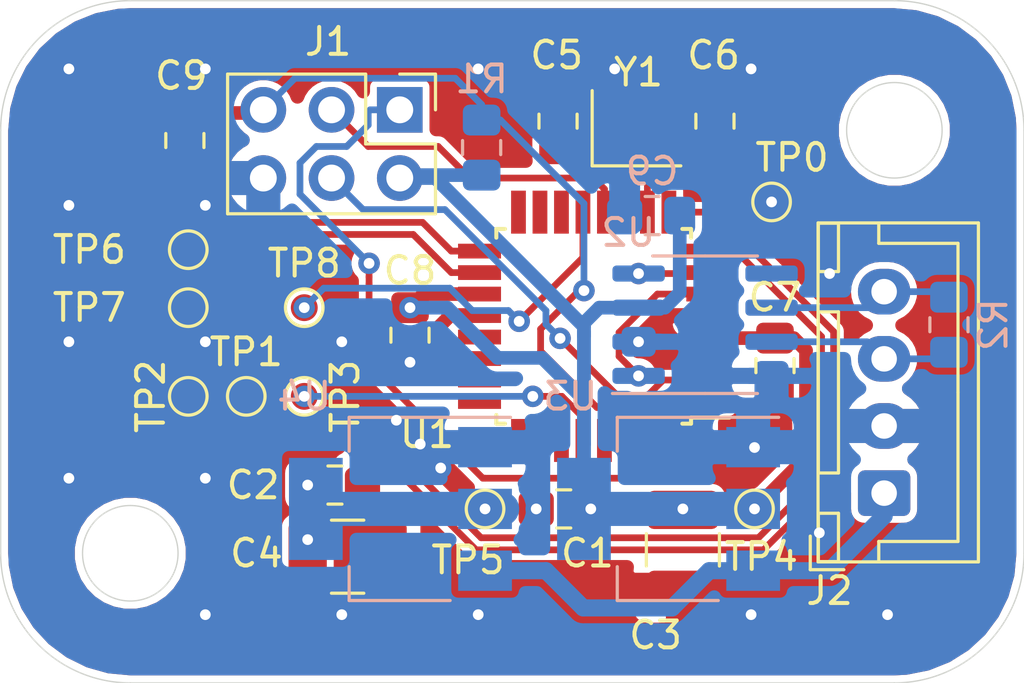
<source format=kicad_pcb>
(kicad_pcb (version 20171130) (host pcbnew "(5.1.5-0-10_14)")

  (general
    (thickness 1.6)
    (drawings 12)
    (tracks 203)
    (zones 0)
    (modules 28)
    (nets 36)
  )

  (page A4)
  (layers
    (0 F.Cu signal)
    (31 B.Cu signal)
    (32 B.Adhes user hide)
    (33 F.Adhes user hide)
    (34 B.Paste user hide)
    (35 F.Paste user hide)
    (36 B.SilkS user)
    (37 F.SilkS user)
    (38 B.Mask user hide)
    (39 F.Mask user hide)
    (40 Dwgs.User user hide)
    (41 Cmts.User user hide)
    (42 Eco1.User user hide)
    (43 Eco2.User user hide)
    (44 Edge.Cuts user)
    (45 Margin user hide)
    (46 B.CrtYd user)
    (47 F.CrtYd user hide)
    (48 B.Fab user hide)
    (49 F.Fab user hide)
  )

  (setup
    (last_trace_width 0.508)
    (user_trace_width 0.508)
    (user_trace_width 0.635)
    (user_trace_width 1.27)
    (trace_clearance 0.2)
    (zone_clearance 0.254)
    (zone_45_only no)
    (trace_min 0.2286)
    (via_size 0.8)
    (via_drill 0.4)
    (via_min_size 0.2286)
    (via_min_drill 0.3)
    (uvia_size 0.3)
    (uvia_drill 0.1)
    (uvias_allowed no)
    (uvia_min_size 0.2)
    (uvia_min_drill 0.1)
    (edge_width 0.05)
    (segment_width 0.2)
    (pcb_text_width 0.3)
    (pcb_text_size 1.5 1.5)
    (mod_edge_width 0.12)
    (mod_text_size 1 1)
    (mod_text_width 0.15)
    (pad_size 1.524 1.524)
    (pad_drill 0.762)
    (pad_to_mask_clearance 0.051)
    (solder_mask_min_width 0.25)
    (aux_axis_origin 0 0)
    (visible_elements FFFFFFFF)
    (pcbplotparams
      (layerselection 0x010fc_ffffffff)
      (usegerberextensions false)
      (usegerberattributes false)
      (usegerberadvancedattributes false)
      (creategerberjobfile false)
      (excludeedgelayer true)
      (linewidth 0.100000)
      (plotframeref false)
      (viasonmask false)
      (mode 1)
      (useauxorigin false)
      (hpglpennumber 1)
      (hpglpenspeed 20)
      (hpglpendiameter 15.000000)
      (psnegative false)
      (psa4output false)
      (plotreference true)
      (plotvalue true)
      (plotinvisibletext false)
      (padsonsilk false)
      (subtractmaskfromsilk false)
      (outputformat 1)
      (mirror false)
      (drillshape 0)
      (scaleselection 1)
      (outputdirectory ""))
  )

  (net 0 "")
  (net 1 "Net-(U1-Pad32)")
  (net 2 "Net-(U1-Pad30)")
  (net 3 "Net-(U1-Pad29)")
  (net 4 "Net-(U1-Pad27)")
  (net 5 "Net-(U1-Pad26)")
  (net 6 "Net-(U1-Pad25)")
  (net 7 "Net-(U1-Pad24)")
  (net 8 "Net-(U1-Pad23)")
  (net 9 "Net-(U1-Pad22)")
  (net 10 "Net-(U1-Pad21)")
  (net 11 Earth)
  (net 12 +5V)
  (net 13 "Net-(U1-Pad16)")
  (net 14 "Net-(U1-Pad15)")
  (net 15 "Net-(U1-Pad14)")
  (net 16 "Net-(U1-Pad3)")
  (net 17 CANH)
  (net 18 CANL)
  (net 19 "Net-(U2-Pad5)")
  (net 20 UIN)
  (net 21 +3V3)
  (net 22 /XTAL2)
  (net 23 /XTAL1)
  (net 24 /RESET)
  (net 25 /MOSI_A)
  (net 26 /SCK_A)
  (net 27 /MISO_A)
  (net 28 /CANRX)
  (net 29 /CANTX)
  (net 30 /SCK)
  (net 31 /AMP1+)
  (net 32 /AMP1-)
  (net 33 /ADC2)
  (net 34 /MOSI)
  (net 35 /MISO)

  (net_class Default "This is the default net class."
    (clearance 0.2)
    (trace_width 0.25)
    (via_dia 0.8)
    (via_drill 0.4)
    (uvia_dia 0.3)
    (uvia_drill 0.1)
    (add_net +3V3)
    (add_net +5V)
    (add_net /ADC2)
    (add_net /AMP1+)
    (add_net /AMP1-)
    (add_net /CANRX)
    (add_net /CANTX)
    (add_net /MISO)
    (add_net /MISO_A)
    (add_net /MOSI)
    (add_net /MOSI_A)
    (add_net /RESET)
    (add_net /SCK)
    (add_net /SCK_A)
    (add_net /XTAL1)
    (add_net /XTAL2)
    (add_net CANH)
    (add_net CANL)
    (add_net Earth)
    (add_net "Net-(U1-Pad14)")
    (add_net "Net-(U1-Pad15)")
    (add_net "Net-(U1-Pad16)")
    (add_net "Net-(U1-Pad21)")
    (add_net "Net-(U1-Pad22)")
    (add_net "Net-(U1-Pad23)")
    (add_net "Net-(U1-Pad24)")
    (add_net "Net-(U1-Pad25)")
    (add_net "Net-(U1-Pad26)")
    (add_net "Net-(U1-Pad27)")
    (add_net "Net-(U1-Pad29)")
    (add_net "Net-(U1-Pad3)")
    (add_net "Net-(U1-Pad30)")
    (add_net "Net-(U1-Pad32)")
    (add_net "Net-(U2-Pad5)")
    (add_net UIN)
  )

  (module Capacitor_SMD:C_0805_2012Metric_Pad1.15x1.40mm_HandSolder (layer B.Cu) (tedit 5B36C52B) (tstamp 5E34CCA2)
    (at 36.957 20.701 180)
    (descr "Capacitor SMD 0805 (2012 Metric), square (rectangular) end terminal, IPC_7351 nominal with elongated pad for handsoldering. (Body size source: https://docs.google.com/spreadsheets/d/1BsfQQcO9C6DZCsRaXUlFlo91Tg2WpOkGARC1WS5S8t0/edit?usp=sharing), generated with kicad-footprint-generator")
    (tags "capacitor handsolder")
    (path /5E352D2F)
    (attr smd)
    (fp_text reference C9 (at 0 1.65) (layer B.SilkS)
      (effects (font (size 1 1) (thickness 0.15)) (justify mirror))
    )
    (fp_text value 100n (at 0 -1.65) (layer B.Fab)
      (effects (font (size 1 1) (thickness 0.15)) (justify mirror))
    )
    (fp_text user %R (at 0 0) (layer B.Fab)
      (effects (font (size 0.5 0.5) (thickness 0.08)) (justify mirror))
    )
    (fp_line (start 1.85 -0.95) (end -1.85 -0.95) (layer B.CrtYd) (width 0.05))
    (fp_line (start 1.85 0.95) (end 1.85 -0.95) (layer B.CrtYd) (width 0.05))
    (fp_line (start -1.85 0.95) (end 1.85 0.95) (layer B.CrtYd) (width 0.05))
    (fp_line (start -1.85 -0.95) (end -1.85 0.95) (layer B.CrtYd) (width 0.05))
    (fp_line (start -0.261252 -0.71) (end 0.261252 -0.71) (layer B.SilkS) (width 0.12))
    (fp_line (start -0.261252 0.71) (end 0.261252 0.71) (layer B.SilkS) (width 0.12))
    (fp_line (start 1 -0.6) (end -1 -0.6) (layer B.Fab) (width 0.1))
    (fp_line (start 1 0.6) (end 1 -0.6) (layer B.Fab) (width 0.1))
    (fp_line (start -1 0.6) (end 1 0.6) (layer B.Fab) (width 0.1))
    (fp_line (start -1 -0.6) (end -1 0.6) (layer B.Fab) (width 0.1))
    (pad 2 smd roundrect (at 1.025 0 180) (size 1.15 1.4) (layers B.Cu B.Paste B.Mask) (roundrect_rratio 0.217391)
      (net 11 Earth))
    (pad 1 smd roundrect (at -1.025 0 180) (size 1.15 1.4) (layers B.Cu B.Paste B.Mask) (roundrect_rratio 0.217391)
      (net 12 +5V))
    (model ${KISYS3DMOD}/Capacitor_SMD.3dshapes/C_0805_2012Metric.wrl
      (at (xyz 0 0 0))
      (scale (xyz 1 1 1))
      (rotate (xyz 0 0 0))
    )
  )

  (module Resistor_SMD:R_0805_2012Metric_Pad1.15x1.40mm_HandSolder (layer B.Cu) (tedit 5B36C52B) (tstamp 5E2C95E4)
    (at 48.006 24.765 90)
    (descr "Resistor SMD 0805 (2012 Metric), square (rectangular) end terminal, IPC_7351 nominal with elongated pad for handsoldering. (Body size source: https://docs.google.com/spreadsheets/d/1BsfQQcO9C6DZCsRaXUlFlo91Tg2WpOkGARC1WS5S8t0/edit?usp=sharing), generated with kicad-footprint-generator")
    (tags "resistor handsolder")
    (path /5E2D33A5)
    (attr smd)
    (fp_text reference R2 (at 0 1.65 270) (layer B.SilkS)
      (effects (font (size 1 1) (thickness 0.15)) (justify mirror))
    )
    (fp_text value 120 (at 0 -1.65 270) (layer B.Fab)
      (effects (font (size 1 1) (thickness 0.15)) (justify mirror))
    )
    (fp_text user %R (at 0 0 270) (layer B.Fab)
      (effects (font (size 0.5 0.5) (thickness 0.08)) (justify mirror))
    )
    (fp_line (start 1.85 -0.95) (end -1.85 -0.95) (layer B.CrtYd) (width 0.05))
    (fp_line (start 1.85 0.95) (end 1.85 -0.95) (layer B.CrtYd) (width 0.05))
    (fp_line (start -1.85 0.95) (end 1.85 0.95) (layer B.CrtYd) (width 0.05))
    (fp_line (start -1.85 -0.95) (end -1.85 0.95) (layer B.CrtYd) (width 0.05))
    (fp_line (start -0.261252 -0.71) (end 0.261252 -0.71) (layer B.SilkS) (width 0.12))
    (fp_line (start -0.261252 0.71) (end 0.261252 0.71) (layer B.SilkS) (width 0.12))
    (fp_line (start 1 -0.6) (end -1 -0.6) (layer B.Fab) (width 0.1))
    (fp_line (start 1 0.6) (end 1 -0.6) (layer B.Fab) (width 0.1))
    (fp_line (start -1 0.6) (end 1 0.6) (layer B.Fab) (width 0.1))
    (fp_line (start -1 -0.6) (end -1 0.6) (layer B.Fab) (width 0.1))
    (pad 2 smd roundrect (at 1.025 0 90) (size 1.15 1.4) (layers B.Cu B.Paste B.Mask) (roundrect_rratio 0.217391)
      (net 18 CANL))
    (pad 1 smd roundrect (at -1.025 0 90) (size 1.15 1.4) (layers B.Cu B.Paste B.Mask) (roundrect_rratio 0.217391)
      (net 17 CANH))
    (model ${KISYS3DMOD}/Resistor_SMD.3dshapes/R_0805_2012Metric.wrl
      (at (xyz 0 0 0))
      (scale (xyz 1 1 1))
      (rotate (xyz 0 0 0))
    )
  )

  (module Connector_JST:JST_XH_B4B-XH-A_1x04_P2.50mm_Vertical (layer F.Cu) (tedit 5C28146C) (tstamp 5E2BCA00)
    (at 45.593 31.035 90)
    (descr "JST XH series connector, B4B-XH-A (http://www.jst-mfg.com/product/pdf/eng/eXH.pdf), generated with kicad-footprint-generator")
    (tags "connector JST XH vertical")
    (path /5E2C44CB)
    (fp_text reference J2 (at -3.636 -2.032 180) (layer F.SilkS)
      (effects (font (size 1 1) (thickness 0.15)))
    )
    (fp_text value Conn_01x04_Male (at 3.75 8.8 90) (layer F.Fab)
      (effects (font (size 1 1) (thickness 0.15)))
    )
    (fp_text user %R (at 3.75 1.85 90) (layer F.Fab)
      (effects (font (size 1 1) (thickness 0.15)))
    )
    (fp_line (start -2.85 -2.75) (end -2.85 -1.5) (layer F.SilkS) (width 0.12))
    (fp_line (start -1.6 -2.75) (end -2.85 -2.75) (layer F.SilkS) (width 0.12))
    (fp_line (start 9.3 2.75) (end 3.75 2.75) (layer F.SilkS) (width 0.12))
    (fp_line (start 9.3 -0.2) (end 9.3 2.75) (layer F.SilkS) (width 0.12))
    (fp_line (start 10.05 -0.2) (end 9.3 -0.2) (layer F.SilkS) (width 0.12))
    (fp_line (start -1.8 2.75) (end 3.75 2.75) (layer F.SilkS) (width 0.12))
    (fp_line (start -1.8 -0.2) (end -1.8 2.75) (layer F.SilkS) (width 0.12))
    (fp_line (start -2.55 -0.2) (end -1.8 -0.2) (layer F.SilkS) (width 0.12))
    (fp_line (start 10.05 -2.45) (end 8.25 -2.45) (layer F.SilkS) (width 0.12))
    (fp_line (start 10.05 -1.7) (end 10.05 -2.45) (layer F.SilkS) (width 0.12))
    (fp_line (start 8.25 -1.7) (end 10.05 -1.7) (layer F.SilkS) (width 0.12))
    (fp_line (start 8.25 -2.45) (end 8.25 -1.7) (layer F.SilkS) (width 0.12))
    (fp_line (start -0.75 -2.45) (end -2.55 -2.45) (layer F.SilkS) (width 0.12))
    (fp_line (start -0.75 -1.7) (end -0.75 -2.45) (layer F.SilkS) (width 0.12))
    (fp_line (start -2.55 -1.7) (end -0.75 -1.7) (layer F.SilkS) (width 0.12))
    (fp_line (start -2.55 -2.45) (end -2.55 -1.7) (layer F.SilkS) (width 0.12))
    (fp_line (start 6.75 -2.45) (end 0.75 -2.45) (layer F.SilkS) (width 0.12))
    (fp_line (start 6.75 -1.7) (end 6.75 -2.45) (layer F.SilkS) (width 0.12))
    (fp_line (start 0.75 -1.7) (end 6.75 -1.7) (layer F.SilkS) (width 0.12))
    (fp_line (start 0.75 -2.45) (end 0.75 -1.7) (layer F.SilkS) (width 0.12))
    (fp_line (start 0 -1.35) (end 0.625 -2.35) (layer F.Fab) (width 0.1))
    (fp_line (start -0.625 -2.35) (end 0 -1.35) (layer F.Fab) (width 0.1))
    (fp_line (start 10.45 -2.85) (end -2.95 -2.85) (layer F.CrtYd) (width 0.05))
    (fp_line (start 10.45 3.9) (end 10.45 -2.85) (layer F.CrtYd) (width 0.05))
    (fp_line (start -2.95 3.9) (end 10.45 3.9) (layer F.CrtYd) (width 0.05))
    (fp_line (start -2.95 -2.85) (end -2.95 3.9) (layer F.CrtYd) (width 0.05))
    (fp_line (start 10.06 -2.46) (end -2.56 -2.46) (layer F.SilkS) (width 0.12))
    (fp_line (start 10.06 3.51) (end 10.06 -2.46) (layer F.SilkS) (width 0.12))
    (fp_line (start -2.56 3.51) (end 10.06 3.51) (layer F.SilkS) (width 0.12))
    (fp_line (start -2.56 -2.46) (end -2.56 3.51) (layer F.SilkS) (width 0.12))
    (fp_line (start 9.95 -2.35) (end -2.45 -2.35) (layer F.Fab) (width 0.1))
    (fp_line (start 9.95 3.4) (end 9.95 -2.35) (layer F.Fab) (width 0.1))
    (fp_line (start -2.45 3.4) (end 9.95 3.4) (layer F.Fab) (width 0.1))
    (fp_line (start -2.45 -2.35) (end -2.45 3.4) (layer F.Fab) (width 0.1))
    (pad 4 thru_hole oval (at 7.5 0 90) (size 1.7 1.95) (drill 0.95) (layers *.Cu *.Mask)
      (net 18 CANL))
    (pad 3 thru_hole oval (at 5 0 90) (size 1.7 1.95) (drill 0.95) (layers *.Cu *.Mask)
      (net 17 CANH))
    (pad 2 thru_hole oval (at 2.5 0 90) (size 1.7 1.95) (drill 0.95) (layers *.Cu *.Mask)
      (net 11 Earth))
    (pad 1 thru_hole roundrect (at 0 0 90) (size 1.7 1.95) (drill 0.95) (layers *.Cu *.Mask) (roundrect_rratio 0.147059)
      (net 20 UIN))
    (model ${KISYS3DMOD}/Connector_JST.3dshapes/JST_XH_B4B-XH-A_1x04_P2.50mm_Vertical.wrl
      (at (xyz 0 0 0))
      (scale (xyz 1 1 1))
      (rotate (xyz 0 0 0))
    )
  )

  (module Package_TO_SOT_SMD:SOT-223-3_TabPin2 (layer B.Cu) (tedit 5A02FF57) (tstamp 5E2BC966)
    (at 37.567 31.623 180)
    (descr "module CMS SOT223 4 pins")
    (tags "CMS SOT")
    (path /5E2873C8)
    (attr smd)
    (fp_text reference U3 (at 3.658 4.191) (layer B.SilkS)
      (effects (font (size 1 1) (thickness 0.15)) (justify mirror))
    )
    (fp_text value NCP1117-5V (at 0 -4.5) (layer B.Fab)
      (effects (font (size 1 1) (thickness 0.15)) (justify mirror))
    )
    (fp_line (start 1.85 3.35) (end 1.85 -3.35) (layer B.Fab) (width 0.1))
    (fp_line (start -1.85 -3.35) (end 1.85 -3.35) (layer B.Fab) (width 0.1))
    (fp_line (start -4.1 3.41) (end 1.91 3.41) (layer B.SilkS) (width 0.12))
    (fp_line (start -0.85 3.35) (end 1.85 3.35) (layer B.Fab) (width 0.1))
    (fp_line (start -1.85 -3.41) (end 1.91 -3.41) (layer B.SilkS) (width 0.12))
    (fp_line (start -1.85 2.35) (end -1.85 -3.35) (layer B.Fab) (width 0.1))
    (fp_line (start -1.85 2.35) (end -0.85 3.35) (layer B.Fab) (width 0.1))
    (fp_line (start -4.4 3.6) (end -4.4 -3.6) (layer B.CrtYd) (width 0.05))
    (fp_line (start -4.4 -3.6) (end 4.4 -3.6) (layer B.CrtYd) (width 0.05))
    (fp_line (start 4.4 -3.6) (end 4.4 3.6) (layer B.CrtYd) (width 0.05))
    (fp_line (start 4.4 3.6) (end -4.4 3.6) (layer B.CrtYd) (width 0.05))
    (fp_line (start 1.91 3.41) (end 1.91 2.15) (layer B.SilkS) (width 0.12))
    (fp_line (start 1.91 -3.41) (end 1.91 -2.15) (layer B.SilkS) (width 0.12))
    (fp_text user %R (at 0 0 270) (layer B.Fab)
      (effects (font (size 0.8 0.8) (thickness 0.12)) (justify mirror))
    )
    (pad 1 smd rect (at -3.15 2.3 180) (size 2 1.5) (layers B.Cu B.Paste B.Mask)
      (net 11 Earth))
    (pad 3 smd rect (at -3.15 -2.3 180) (size 2 1.5) (layers B.Cu B.Paste B.Mask)
      (net 20 UIN))
    (pad 2 smd rect (at -3.15 0 180) (size 2 1.5) (layers B.Cu B.Paste B.Mask)
      (net 12 +5V))
    (pad 2 smd rect (at 3.15 0 180) (size 2 3.8) (layers B.Cu B.Paste B.Mask)
      (net 12 +5V))
    (model ${KISYS3DMOD}/Package_TO_SOT_SMD.3dshapes/SOT-223.wrl
      (at (xyz 0 0 0))
      (scale (xyz 1 1 1))
      (rotate (xyz 0 0 0))
    )
  )

  (module Package_QFP:TQFP-32_7x7mm_P0.8mm (layer F.Cu) (tedit 5A02F146) (tstamp 5E2BC8E5)
    (at 34.779 24.824 180)
    (descr "32-Lead Plastic Thin Quad Flatpack (PT) - 7x7x1.0 mm Body, 2.00 mm [TQFP] (see Microchip Packaging Specification 00000049BS.pdf)")
    (tags "QFP 0.8")
    (path /5E1F74CB)
    (attr smd)
    (fp_text reference U1 (at 6.204 -4.005) (layer F.SilkS)
      (effects (font (size 1 1) (thickness 0.15)))
    )
    (fp_text value ATmega16M1-AU (at 0 6.05) (layer F.Fab)
      (effects (font (size 1 1) (thickness 0.15)))
    )
    (fp_line (start -3.625 -3.4) (end -5.05 -3.4) (layer F.SilkS) (width 0.15))
    (fp_line (start 3.625 -3.625) (end 3.3 -3.625) (layer F.SilkS) (width 0.15))
    (fp_line (start 3.625 3.625) (end 3.3 3.625) (layer F.SilkS) (width 0.15))
    (fp_line (start -3.625 3.625) (end -3.3 3.625) (layer F.SilkS) (width 0.15))
    (fp_line (start -3.625 -3.625) (end -3.3 -3.625) (layer F.SilkS) (width 0.15))
    (fp_line (start -3.625 3.625) (end -3.625 3.3) (layer F.SilkS) (width 0.15))
    (fp_line (start 3.625 3.625) (end 3.625 3.3) (layer F.SilkS) (width 0.15))
    (fp_line (start 3.625 -3.625) (end 3.625 -3.3) (layer F.SilkS) (width 0.15))
    (fp_line (start -3.625 -3.625) (end -3.625 -3.4) (layer F.SilkS) (width 0.15))
    (fp_line (start -5.3 5.3) (end 5.3 5.3) (layer F.CrtYd) (width 0.05))
    (fp_line (start -5.3 -5.3) (end 5.3 -5.3) (layer F.CrtYd) (width 0.05))
    (fp_line (start 5.3 -5.3) (end 5.3 5.3) (layer F.CrtYd) (width 0.05))
    (fp_line (start -5.3 -5.3) (end -5.3 5.3) (layer F.CrtYd) (width 0.05))
    (fp_line (start -3.5 -2.5) (end -2.5 -3.5) (layer F.Fab) (width 0.15))
    (fp_line (start -3.5 3.5) (end -3.5 -2.5) (layer F.Fab) (width 0.15))
    (fp_line (start 3.5 3.5) (end -3.5 3.5) (layer F.Fab) (width 0.15))
    (fp_line (start 3.5 -3.5) (end 3.5 3.5) (layer F.Fab) (width 0.15))
    (fp_line (start -2.5 -3.5) (end 3.5 -3.5) (layer F.Fab) (width 0.15))
    (fp_text user %R (at 0 0) (layer F.Fab)
      (effects (font (size 1 1) (thickness 0.15)))
    )
    (pad 32 smd rect (at -2.8 -4.25 270) (size 1.6 0.55) (layers F.Cu F.Paste F.Mask)
      (net 1 "Net-(U1-Pad32)"))
    (pad 31 smd rect (at -2 -4.25 270) (size 1.6 0.55) (layers F.Cu F.Paste F.Mask)
      (net 24 /RESET))
    (pad 30 smd rect (at -1.2 -4.25 270) (size 1.6 0.55) (layers F.Cu F.Paste F.Mask)
      (net 2 "Net-(U1-Pad30)"))
    (pad 29 smd rect (at -0.4 -4.25 270) (size 1.6 0.55) (layers F.Cu F.Paste F.Mask)
      (net 3 "Net-(U1-Pad29)"))
    (pad 28 smd rect (at 0.4 -4.25 270) (size 1.6 0.55) (layers F.Cu F.Paste F.Mask)
      (net 30 /SCK))
    (pad 27 smd rect (at 1.2 -4.25 270) (size 1.6 0.55) (layers F.Cu F.Paste F.Mask)
      (net 4 "Net-(U1-Pad27)"))
    (pad 26 smd rect (at 2 -4.25 270) (size 1.6 0.55) (layers F.Cu F.Paste F.Mask)
      (net 5 "Net-(U1-Pad26)"))
    (pad 25 smd rect (at 2.8 -4.25 270) (size 1.6 0.55) (layers F.Cu F.Paste F.Mask)
      (net 6 "Net-(U1-Pad25)"))
    (pad 24 smd rect (at 4.25 -2.8 180) (size 1.6 0.55) (layers F.Cu F.Paste F.Mask)
      (net 7 "Net-(U1-Pad24)"))
    (pad 23 smd rect (at 4.25 -2 180) (size 1.6 0.55) (layers F.Cu F.Paste F.Mask)
      (net 8 "Net-(U1-Pad23)"))
    (pad 22 smd rect (at 4.25 -1.2 180) (size 1.6 0.55) (layers F.Cu F.Paste F.Mask)
      (net 9 "Net-(U1-Pad22)"))
    (pad 21 smd rect (at 4.25 -0.4 180) (size 1.6 0.55) (layers F.Cu F.Paste F.Mask)
      (net 10 "Net-(U1-Pad21)"))
    (pad 20 smd rect (at 4.25 0.4 180) (size 1.6 0.55) (layers F.Cu F.Paste F.Mask)
      (net 11 Earth))
    (pad 19 smd rect (at 4.25 1.2 180) (size 1.6 0.55) (layers F.Cu F.Paste F.Mask)
      (net 12 +5V))
    (pad 18 smd rect (at 4.25 2 180) (size 1.6 0.55) (layers F.Cu F.Paste F.Mask)
      (net 31 /AMP1+))
    (pad 17 smd rect (at 4.25 2.8 180) (size 1.6 0.55) (layers F.Cu F.Paste F.Mask)
      (net 32 /AMP1-))
    (pad 16 smd rect (at 2.8 4.25 270) (size 1.6 0.55) (layers F.Cu F.Paste F.Mask)
      (net 13 "Net-(U1-Pad16)"))
    (pad 15 smd rect (at 2 4.25 270) (size 1.6 0.55) (layers F.Cu F.Paste F.Mask)
      (net 14 "Net-(U1-Pad15)"))
    (pad 14 smd rect (at 1.2 4.25 270) (size 1.6 0.55) (layers F.Cu F.Paste F.Mask)
      (net 15 "Net-(U1-Pad14)"))
    (pad 13 smd rect (at 0.4 4.25 270) (size 1.6 0.55) (layers F.Cu F.Paste F.Mask)
      (net 33 /ADC2))
    (pad 12 smd rect (at -0.4 4.25 270) (size 1.6 0.55) (layers F.Cu F.Paste F.Mask)
      (net 26 /SCK_A))
    (pad 11 smd rect (at -1.2 4.25 270) (size 1.6 0.55) (layers F.Cu F.Paste F.Mask)
      (net 22 /XTAL2))
    (pad 10 smd rect (at -2 4.25 270) (size 1.6 0.55) (layers F.Cu F.Paste F.Mask)
      (net 23 /XTAL1))
    (pad 9 smd rect (at -2.8 4.25 270) (size 1.6 0.55) (layers F.Cu F.Paste F.Mask)
      (net 34 /MOSI))
    (pad 8 smd rect (at -4.25 2.8 180) (size 1.6 0.55) (layers F.Cu F.Paste F.Mask)
      (net 35 /MISO))
    (pad 7 smd rect (at -4.25 2 180) (size 1.6 0.55) (layers F.Cu F.Paste F.Mask)
      (net 28 /CANRX))
    (pad 6 smd rect (at -4.25 1.2 180) (size 1.6 0.55) (layers F.Cu F.Paste F.Mask)
      (net 29 /CANTX))
    (pad 5 smd rect (at -4.25 0.4 180) (size 1.6 0.55) (layers F.Cu F.Paste F.Mask)
      (net 11 Earth))
    (pad 4 smd rect (at -4.25 -0.4 180) (size 1.6 0.55) (layers F.Cu F.Paste F.Mask)
      (net 12 +5V))
    (pad 3 smd rect (at -4.25 -1.2 180) (size 1.6 0.55) (layers F.Cu F.Paste F.Mask)
      (net 16 "Net-(U1-Pad3)"))
    (pad 2 smd rect (at -4.25 -2 180) (size 1.6 0.55) (layers F.Cu F.Paste F.Mask)
      (net 25 /MOSI_A))
    (pad 1 smd rect (at -4.25 -2.8 180) (size 1.6 0.55) (layers F.Cu F.Paste F.Mask)
      (net 27 /MISO_A))
    (model ${KISYS3DMOD}/Package_QFP.3dshapes/TQFP-32_7x7mm_P0.8mm.wrl
      (at (xyz 0 0 0))
      (scale (xyz 1 1 1))
      (rotate (xyz 0 0 0))
    )
  )

  (module TestPoint:TestPoint_Pad_D1.0mm (layer F.Cu) (tedit 5A0F774F) (tstamp 5E2BCAAE)
    (at 24.003 24.13)
    (descr "SMD pad as test Point, diameter 1.0mm")
    (tags "test point SMD pad")
    (path /5E2B9E39)
    (attr virtual)
    (fp_text reference TP8 (at 0 -1.651) (layer F.SilkS)
      (effects (font (size 1 1) (thickness 0.15)))
    )
    (fp_text value TestPoint (at 0 1.55) (layer F.Fab)
      (effects (font (size 1 1) (thickness 0.15)))
    )
    (fp_circle (center 0 0) (end 0 0.7) (layer F.SilkS) (width 0.12))
    (fp_circle (center 0 0) (end 1 0) (layer F.CrtYd) (width 0.05))
    (fp_text user %R (at 0 -1.45) (layer F.Fab)
      (effects (font (size 1 1) (thickness 0.15)))
    )
    (pad 1 smd circle (at 0 0) (size 1 1) (layers F.Cu F.Mask)
      (net 33 /ADC2))
  )

  (module Package_SO:SOIC-8_3.9x4.9mm_P1.27mm (layer B.Cu) (tedit 5D9F72B1) (tstamp 5E2BCA75)
    (at 38.927 24.765)
    (descr "SOIC, 8 Pin (JEDEC MS-012AA, https://www.analog.com/media/en/package-pcb-resources/package/pkg_pdf/soic_narrow-r/r_8.pdf), generated with kicad-footprint-generator ipc_gullwing_generator.py")
    (tags "SOIC SO")
    (path /5E22B0D8)
    (attr smd)
    (fp_text reference U2 (at -2.859 -3.429) (layer B.SilkS)
      (effects (font (size 1 1) (thickness 0.15)) (justify mirror))
    )
    (fp_text value TJA1051T (at 0 -3.4) (layer B.Fab)
      (effects (font (size 1 1) (thickness 0.15)) (justify mirror))
    )
    (fp_text user %R (at 0 0) (layer B.Fab)
      (effects (font (size 0.98 0.98) (thickness 0.15)) (justify mirror))
    )
    (fp_line (start 3.7 2.7) (end -3.7 2.7) (layer B.CrtYd) (width 0.05))
    (fp_line (start 3.7 -2.7) (end 3.7 2.7) (layer B.CrtYd) (width 0.05))
    (fp_line (start -3.7 -2.7) (end 3.7 -2.7) (layer B.CrtYd) (width 0.05))
    (fp_line (start -3.7 2.7) (end -3.7 -2.7) (layer B.CrtYd) (width 0.05))
    (fp_line (start -1.95 1.475) (end -0.975 2.45) (layer B.Fab) (width 0.1))
    (fp_line (start -1.95 -2.45) (end -1.95 1.475) (layer B.Fab) (width 0.1))
    (fp_line (start 1.95 -2.45) (end -1.95 -2.45) (layer B.Fab) (width 0.1))
    (fp_line (start 1.95 2.45) (end 1.95 -2.45) (layer B.Fab) (width 0.1))
    (fp_line (start -0.975 2.45) (end 1.95 2.45) (layer B.Fab) (width 0.1))
    (fp_line (start 0 2.56) (end -3.45 2.56) (layer B.SilkS) (width 0.12))
    (fp_line (start 0 2.56) (end 1.95 2.56) (layer B.SilkS) (width 0.12))
    (fp_line (start 0 -2.56) (end -1.95 -2.56) (layer B.SilkS) (width 0.12))
    (fp_line (start 0 -2.56) (end 1.95 -2.56) (layer B.SilkS) (width 0.12))
    (pad 8 smd roundrect (at 2.475 1.905) (size 1.95 0.6) (layers B.Cu B.Paste B.Mask) (roundrect_rratio 0.25)
      (net 11 Earth))
    (pad 7 smd roundrect (at 2.475 0.635) (size 1.95 0.6) (layers B.Cu B.Paste B.Mask) (roundrect_rratio 0.25)
      (net 17 CANH))
    (pad 6 smd roundrect (at 2.475 -0.635) (size 1.95 0.6) (layers B.Cu B.Paste B.Mask) (roundrect_rratio 0.25)
      (net 18 CANL))
    (pad 5 smd roundrect (at 2.475 -1.905) (size 1.95 0.6) (layers B.Cu B.Paste B.Mask) (roundrect_rratio 0.25)
      (net 19 "Net-(U2-Pad5)"))
    (pad 4 smd roundrect (at -2.475 -1.905) (size 1.95 0.6) (layers B.Cu B.Paste B.Mask) (roundrect_rratio 0.25)
      (net 28 /CANRX))
    (pad 3 smd roundrect (at -2.475 -0.635) (size 1.95 0.6) (layers B.Cu B.Paste B.Mask) (roundrect_rratio 0.25)
      (net 12 +5V))
    (pad 2 smd roundrect (at -2.475 0.635) (size 1.95 0.6) (layers B.Cu B.Paste B.Mask) (roundrect_rratio 0.25)
      (net 11 Earth))
    (pad 1 smd roundrect (at -2.475 1.905) (size 1.95 0.6) (layers B.Cu B.Paste B.Mask) (roundrect_rratio 0.25)
      (net 29 /CANTX))
    (model ${KISYS3DMOD}/Package_SO.3dshapes/SOIC-8_3.9x4.9mm_P1.27mm.wrl
      (at (xyz 0 0 0))
      (scale (xyz 1 1 1))
      (rotate (xyz 0 0 0))
    )
  )

  (module Crystal:Crystal_SMD_2520-4Pin_2.5x2.0mm (layer F.Cu) (tedit 5A0FD1B2) (tstamp 5E2BC9A7)
    (at 36.3728 17.4498)
    (descr "SMD Crystal SERIES SMD2520/4 http://www.newxtal.com/UploadFiles/Images/2012-11-12-09-29-09-776.pdf, 2.5x2.0mm^2 package")
    (tags "SMD SMT crystal")
    (path /5E2084F5)
    (attr smd)
    (fp_text reference Y1 (at 0.0762 -2.0828) (layer F.SilkS)
      (effects (font (size 1 1) (thickness 0.15)))
    )
    (fp_text value Crystal (at 2.44 3.525) (layer F.Fab)
      (effects (font (size 1 1) (thickness 0.15)))
    )
    (fp_line (start 1.7 -1.5) (end -1.7 -1.5) (layer F.CrtYd) (width 0.05))
    (fp_line (start 1.7 1.5) (end 1.7 -1.5) (layer F.CrtYd) (width 0.05))
    (fp_line (start -1.7 1.5) (end 1.7 1.5) (layer F.CrtYd) (width 0.05))
    (fp_line (start -1.7 -1.5) (end -1.7 1.5) (layer F.CrtYd) (width 0.05))
    (fp_line (start -1.65 1.4) (end 1.65 1.4) (layer F.SilkS) (width 0.12))
    (fp_line (start -1.65 -1.4) (end -1.65 1.4) (layer F.SilkS) (width 0.12))
    (fp_line (start -1.25 0) (end -0.25 1) (layer F.Fab) (width 0.1))
    (fp_line (start -1.25 -0.9) (end -1.15 -1) (layer F.Fab) (width 0.1))
    (fp_line (start -1.25 0.9) (end -1.25 -0.9) (layer F.Fab) (width 0.1))
    (fp_line (start -1.15 1) (end -1.25 0.9) (layer F.Fab) (width 0.1))
    (fp_line (start 1.15 1) (end -1.15 1) (layer F.Fab) (width 0.1))
    (fp_line (start 1.25 0.9) (end 1.15 1) (layer F.Fab) (width 0.1))
    (fp_line (start 1.25 -0.9) (end 1.25 0.9) (layer F.Fab) (width 0.1))
    (fp_line (start 1.15 -1) (end 1.25 -0.9) (layer F.Fab) (width 0.1))
    (fp_line (start -1.15 -1) (end 1.15 -1) (layer F.Fab) (width 0.1))
    (fp_text user %R (at 2.44 0) (layer F.Fab)
      (effects (font (size 1 1) (thickness 0.15)))
    )
    (pad 4 smd rect (at -0.875 -0.7) (size 1.15 1) (layers F.Cu F.Paste F.Mask))
    (pad 3 smd rect (at 0.875 -0.7) (size 1.15 1) (layers F.Cu F.Paste F.Mask))
    (pad 2 smd rect (at 0.875 0.7) (size 1.15 1) (layers F.Cu F.Paste F.Mask)
      (net 23 /XTAL1))
    (pad 1 smd rect (at -0.875 0.7) (size 1.15 1) (layers F.Cu F.Paste F.Mask)
      (net 22 /XTAL2))
    (model ${KISYS3DMOD}/Crystal.3dshapes/Crystal_SMD_2520-4Pin_2.5x2.0mm.wrl
      (at (xyz 0 0 0))
      (scale (xyz 1 1 1))
      (rotate (xyz 0 0 0))
    )
    (model ${KISYS3DMOD}/Crystal.3dshapes/Crystal_SMD_3225-4Pin_3.2x2.5mm.step
      (at (xyz 0 0 0))
      (scale (xyz 1 1 1))
      (rotate (xyz 0 0 0))
    )
  )

  (module Capacitor_SMD:C_1210_3225Metric_Pad1.42x2.65mm_HandSolder (layer F.Cu) (tedit 5B301BBE) (tstamp 5E2BC88F)
    (at 38.1 33.147 270)
    (descr "Capacitor SMD 1210 (3225 Metric), square (rectangular) end terminal, IPC_7351 nominal with elongated pad for handsoldering. (Body size source: http://www.tortai-tech.com/upload/download/2011102023233369053.pdf), generated with kicad-footprint-generator")
    (tags "capacitor handsolder")
    (path /5E30557A)
    (attr smd)
    (fp_text reference C3 (at 3.175 1.016) (layer F.SilkS)
      (effects (font (size 1 1) (thickness 0.15)))
    )
    (fp_text value 100u (at 0 5.2 270) (layer F.Fab)
      (effects (font (size 1 1) (thickness 0.15)))
    )
    (fp_text user %R (at 0 0 270) (layer F.Fab)
      (effects (font (size 1 1) (thickness 0.15)))
    )
    (fp_line (start 2.45 1.58) (end -2.45 1.58) (layer F.CrtYd) (width 0.05))
    (fp_line (start 2.45 -1.58) (end 2.45 1.58) (layer F.CrtYd) (width 0.05))
    (fp_line (start -2.45 -1.58) (end 2.45 -1.58) (layer F.CrtYd) (width 0.05))
    (fp_line (start -2.45 1.58) (end -2.45 -1.58) (layer F.CrtYd) (width 0.05))
    (fp_line (start -0.602064 1.36) (end 0.602064 1.36) (layer F.SilkS) (width 0.12))
    (fp_line (start -0.602064 -1.36) (end 0.602064 -1.36) (layer F.SilkS) (width 0.12))
    (fp_line (start 1.6 1.25) (end -1.6 1.25) (layer F.Fab) (width 0.1))
    (fp_line (start 1.6 -1.25) (end 1.6 1.25) (layer F.Fab) (width 0.1))
    (fp_line (start -1.6 -1.25) (end 1.6 -1.25) (layer F.Fab) (width 0.1))
    (fp_line (start -1.6 1.25) (end -1.6 -1.25) (layer F.Fab) (width 0.1))
    (pad 2 smd roundrect (at 1.4875 0 270) (size 1.425 2.65) (layers F.Cu F.Paste F.Mask) (roundrect_rratio 0.175439)
      (net 11 Earth))
    (pad 1 smd roundrect (at -1.4875 0 270) (size 1.425 2.65) (layers F.Cu F.Paste F.Mask) (roundrect_rratio 0.175439)
      (net 12 +5V))
    (model ${KISYS3DMOD}/Capacitor_SMD.3dshapes/C_1210_3225Metric.wrl
      (at (xyz 0 0 0))
      (scale (xyz 1 1 1))
      (rotate (xyz 0 0 0))
    )
  )

  (module Capacitor_SMD:C_1210_3225Metric_Pad1.42x2.65mm_HandSolder (layer F.Cu) (tedit 5B301BBE) (tstamp 5E2BC85F)
    (at 25.6175 33.401)
    (descr "Capacitor SMD 1210 (3225 Metric), square (rectangular) end terminal, IPC_7351 nominal with elongated pad for handsoldering. (Body size source: http://www.tortai-tech.com/upload/download/2011102023233369053.pdf), generated with kicad-footprint-generator")
    (tags "capacitor handsolder")
    (path /5E28D173)
    (attr smd)
    (fp_text reference C4 (at -3.3925 -0.127) (layer F.SilkS)
      (effects (font (size 1 1) (thickness 0.15)))
    )
    (fp_text value 100u (at 0 5.2) (layer F.Fab)
      (effects (font (size 1 1) (thickness 0.15)))
    )
    (fp_text user %R (at 0 0) (layer F.Fab)
      (effects (font (size 1 1) (thickness 0.15)))
    )
    (fp_line (start 2.45 1.58) (end -2.45 1.58) (layer F.CrtYd) (width 0.05))
    (fp_line (start 2.45 -1.58) (end 2.45 1.58) (layer F.CrtYd) (width 0.05))
    (fp_line (start -2.45 -1.58) (end 2.45 -1.58) (layer F.CrtYd) (width 0.05))
    (fp_line (start -2.45 1.58) (end -2.45 -1.58) (layer F.CrtYd) (width 0.05))
    (fp_line (start -0.602064 1.36) (end 0.602064 1.36) (layer F.SilkS) (width 0.12))
    (fp_line (start -0.602064 -1.36) (end 0.602064 -1.36) (layer F.SilkS) (width 0.12))
    (fp_line (start 1.6 1.25) (end -1.6 1.25) (layer F.Fab) (width 0.1))
    (fp_line (start 1.6 -1.25) (end 1.6 1.25) (layer F.Fab) (width 0.1))
    (fp_line (start -1.6 -1.25) (end 1.6 -1.25) (layer F.Fab) (width 0.1))
    (fp_line (start -1.6 1.25) (end -1.6 -1.25) (layer F.Fab) (width 0.1))
    (pad 2 smd roundrect (at 1.4875 0) (size 1.425 2.65) (layers F.Cu F.Paste F.Mask) (roundrect_rratio 0.175439)
      (net 11 Earth))
    (pad 1 smd roundrect (at -1.4875 0) (size 1.425 2.65) (layers F.Cu F.Paste F.Mask) (roundrect_rratio 0.175439)
      (net 21 +3V3))
    (model ${KISYS3DMOD}/Capacitor_SMD.3dshapes/C_1210_3225Metric.wrl
      (at (xyz 0 0 0))
      (scale (xyz 1 1 1))
      (rotate (xyz 0 0 0))
    )
  )

  (module TestPoint:TestPoint_Pad_D1.0mm (layer F.Cu) (tedit 5A0F774F) (tstamp 5E2BC841)
    (at 19.685 24.13 270)
    (descr "SMD pad as test Point, diameter 1.0mm")
    (tags "test point SMD pad")
    (path /5E2B528C)
    (attr virtual)
    (fp_text reference TP7 (at 0 3.683 180) (layer F.SilkS)
      (effects (font (size 1 1) (thickness 0.15)))
    )
    (fp_text value TestPoint (at 0 1.55 90) (layer F.Fab)
      (effects (font (size 1 1) (thickness 0.15)))
    )
    (fp_circle (center 0 0) (end 0 0.7) (layer F.SilkS) (width 0.12))
    (fp_circle (center 0 0) (end 1 0) (layer F.CrtYd) (width 0.05))
    (fp_text user %R (at 0 -1.45 90) (layer F.Fab)
      (effects (font (size 1 1) (thickness 0.15)))
    )
    (pad 1 smd circle (at 0 0 270) (size 1 1) (layers F.Cu F.Mask)
      (net 31 /AMP1+))
  )

  (module TestPoint:TestPoint_Pad_D1.0mm (layer F.Cu) (tedit 5A0F774F) (tstamp 5E2BC82C)
    (at 19.685 21.971 270)
    (descr "SMD pad as test Point, diameter 1.0mm")
    (tags "test point SMD pad")
    (path /5E2B7555)
    (attr virtual)
    (fp_text reference TP6 (at 0 3.683 180) (layer F.SilkS)
      (effects (font (size 1 1) (thickness 0.15)))
    )
    (fp_text value TestPoint (at 0 1.55 90) (layer F.Fab)
      (effects (font (size 1 1) (thickness 0.15)))
    )
    (fp_circle (center 0 0) (end 0 0.7) (layer F.SilkS) (width 0.12))
    (fp_circle (center 0 0) (end 1 0) (layer F.CrtYd) (width 0.05))
    (fp_text user %R (at 0 -1.45 90) (layer F.Fab)
      (effects (font (size 1 1) (thickness 0.15)))
    )
    (pad 1 smd circle (at 0 0 270) (size 1 1) (layers F.Cu F.Mask)
      (net 32 /AMP1-))
  )

  (module TestPoint:TestPoint_Pad_D1.0mm (layer F.Cu) (tedit 5A0F774F) (tstamp 5E2BC817)
    (at 30.734 31.623)
    (descr "SMD pad as test Point, diameter 1.0mm")
    (tags "test point SMD pad")
    (path /5E2B2B6B)
    (attr virtual)
    (fp_text reference TP5 (at -0.635 1.905) (layer F.SilkS)
      (effects (font (size 1 1) (thickness 0.15)))
    )
    (fp_text value TestPoint (at 0 1.55) (layer F.Fab)
      (effects (font (size 1 1) (thickness 0.15)))
    )
    (fp_circle (center 0 0) (end 0 0.7) (layer F.SilkS) (width 0.12))
    (fp_circle (center 0 0) (end 1 0) (layer F.CrtYd) (width 0.05))
    (fp_text user %R (at 0 -1.45) (layer F.Fab)
      (effects (font (size 1 1) (thickness 0.15)))
    )
    (pad 1 smd circle (at 0 0) (size 1 1) (layers F.Cu F.Mask)
      (net 21 +3V3))
  )

  (module TestPoint:TestPoint_Pad_D1.0mm (layer F.Cu) (tedit 5A0F774F) (tstamp 5E2BCF52)
    (at 40.767 31.623)
    (descr "SMD pad as test Point, diameter 1.0mm")
    (tags "test point SMD pad")
    (path /5E2B0888)
    (attr virtual)
    (fp_text reference TP4 (at 0.254 1.778) (layer F.SilkS)
      (effects (font (size 1 1) (thickness 0.15)))
    )
    (fp_text value TestPoint (at 0 1.55) (layer F.Fab)
      (effects (font (size 1 1) (thickness 0.15)))
    )
    (fp_circle (center 0 0) (end 0 0.7) (layer F.SilkS) (width 0.12))
    (fp_circle (center 0 0) (end 1 0) (layer F.CrtYd) (width 0.05))
    (fp_text user %R (at 0 -1.45) (layer F.Fab)
      (effects (font (size 1 1) (thickness 0.15)))
    )
    (pad 1 smd circle (at 0 0) (size 1 1) (layers F.Cu F.Mask)
      (net 12 +5V))
  )

  (module TestPoint:TestPoint_Pad_D1.0mm (layer F.Cu) (tedit 5A0F774F) (tstamp 5E2BC7ED)
    (at 24.003 27.432)
    (descr "SMD pad as test Point, diameter 1.0mm")
    (tags "test point SMD pad")
    (path /5E2A9D0C)
    (attr virtual)
    (fp_text reference TP3 (at 1.524 0 90) (layer F.SilkS)
      (effects (font (size 1 1) (thickness 0.15)))
    )
    (fp_text value TestPoint (at 0 1.55) (layer F.Fab)
      (effects (font (size 1 1) (thickness 0.15)))
    )
    (fp_circle (center 0 0) (end 0 0.7) (layer F.SilkS) (width 0.12))
    (fp_circle (center 0 0) (end 1 0) (layer F.CrtYd) (width 0.05))
    (fp_text user %R (at 0 -1.45) (layer F.Fab)
      (effects (font (size 1 1) (thickness 0.15)))
    )
    (pad 1 smd circle (at 0 0) (size 1 1) (layers F.Cu F.Mask)
      (net 30 /SCK))
  )

  (module TestPoint:TestPoint_Pad_D1.0mm (layer F.Cu) (tedit 5A0F774F) (tstamp 5E2BC7D8)
    (at 19.685 27.432)
    (descr "SMD pad as test Point, diameter 1.0mm")
    (tags "test point SMD pad")
    (path /5E2A1554)
    (attr virtual)
    (fp_text reference TP2 (at -1.397 0 270) (layer F.SilkS)
      (effects (font (size 1 1) (thickness 0.15)))
    )
    (fp_text value TestPoint (at 0 1.55) (layer F.Fab)
      (effects (font (size 1 1) (thickness 0.15)))
    )
    (fp_circle (center 0 0) (end 0 0.7) (layer F.SilkS) (width 0.12))
    (fp_circle (center 0 0) (end 1 0) (layer F.CrtYd) (width 0.05))
    (fp_text user %R (at 0 -1.45) (layer F.Fab)
      (effects (font (size 1 1) (thickness 0.15)))
    )
    (pad 1 smd circle (at 0 0) (size 1 1) (layers F.Cu F.Mask)
      (net 34 /MOSI))
  )

  (module TestPoint:TestPoint_Pad_D1.0mm (layer F.Cu) (tedit 5A0F774F) (tstamp 5E2BC7C3)
    (at 21.844 27.432)
    (descr "SMD pad as test Point, diameter 1.0mm")
    (tags "test point SMD pad")
    (path /5E2870AC)
    (attr virtual)
    (fp_text reference TP1 (at 0 -1.651 180) (layer F.SilkS)
      (effects (font (size 1 1) (thickness 0.15)))
    )
    (fp_text value TestPoint (at 0 1.55) (layer F.Fab)
      (effects (font (size 1 1) (thickness 0.15)))
    )
    (fp_circle (center 0 0) (end 0 0.7) (layer F.SilkS) (width 0.12))
    (fp_circle (center 0 0) (end 1 0) (layer F.CrtYd) (width 0.05))
    (fp_text user %R (at 0 -1.45) (layer F.Fab)
      (effects (font (size 1 1) (thickness 0.15)))
    )
    (pad 1 smd circle (at 0 0) (size 1 1) (layers F.Cu F.Mask)
      (net 35 /MISO))
  )

  (module TestPoint:TestPoint_Pad_D1.0mm (layer F.Cu) (tedit 5A0F774F) (tstamp 5E2BC7AE)
    (at 41.402 20.193)
    (descr "SMD pad as test Point, diameter 1.0mm")
    (tags "test point SMD pad")
    (path /5E2C6B9A)
    (attr virtual)
    (fp_text reference TP0 (at 0.762 -1.651) (layer F.SilkS)
      (effects (font (size 1 1) (thickness 0.15)))
    )
    (fp_text value TestPoint (at 0 1.55) (layer F.Fab)
      (effects (font (size 1 1) (thickness 0.15)))
    )
    (fp_circle (center 0 0) (end 0 0.7) (layer F.SilkS) (width 0.12))
    (fp_circle (center 0 0) (end 1 0) (layer F.CrtYd) (width 0.05))
    (fp_text user %R (at 0 -1.45) (layer F.Fab)
      (effects (font (size 1 1) (thickness 0.15)))
    )
    (pad 1 smd circle (at 0 0) (size 1 1) (layers F.Cu F.Mask)
      (net 11 Earth))
  )

  (module Resistor_SMD:R_0805_2012Metric_Pad1.15x1.40mm_HandSolder (layer B.Cu) (tedit 5B36C52B) (tstamp 5E2BD252)
    (at 30.607 18.17 90)
    (descr "Resistor SMD 0805 (2012 Metric), square (rectangular) end terminal, IPC_7351 nominal with elongated pad for handsoldering. (Body size source: https://docs.google.com/spreadsheets/d/1BsfQQcO9C6DZCsRaXUlFlo91Tg2WpOkGARC1WS5S8t0/edit?usp=sharing), generated with kicad-footprint-generator")
    (tags "resistor handsolder")
    (path /5E206CE8)
    (attr smd)
    (fp_text reference R1 (at 2.549 0 180) (layer B.SilkS)
      (effects (font (size 1 1) (thickness 0.15)) (justify mirror))
    )
    (fp_text value 10k (at 0 -1.65 90) (layer B.Fab)
      (effects (font (size 1 1) (thickness 0.15)) (justify mirror))
    )
    (fp_text user %R (at 0 0) (layer B.Fab)
      (effects (font (size 0.5 0.5) (thickness 0.08)) (justify mirror))
    )
    (fp_line (start 1.85 -0.95) (end -1.85 -0.95) (layer B.CrtYd) (width 0.05))
    (fp_line (start 1.85 0.95) (end 1.85 -0.95) (layer B.CrtYd) (width 0.05))
    (fp_line (start -1.85 0.95) (end 1.85 0.95) (layer B.CrtYd) (width 0.05))
    (fp_line (start -1.85 -0.95) (end -1.85 0.95) (layer B.CrtYd) (width 0.05))
    (fp_line (start -0.261252 -0.71) (end 0.261252 -0.71) (layer B.SilkS) (width 0.12))
    (fp_line (start -0.261252 0.71) (end 0.261252 0.71) (layer B.SilkS) (width 0.12))
    (fp_line (start 1 -0.6) (end -1 -0.6) (layer B.Fab) (width 0.1))
    (fp_line (start 1 0.6) (end 1 -0.6) (layer B.Fab) (width 0.1))
    (fp_line (start -1 0.6) (end 1 0.6) (layer B.Fab) (width 0.1))
    (fp_line (start -1 -0.6) (end -1 0.6) (layer B.Fab) (width 0.1))
    (pad 2 smd roundrect (at 1.025 0 90) (size 1.15 1.4) (layers B.Cu B.Paste B.Mask) (roundrect_rratio 0.217391)
      (net 24 /RESET))
    (pad 1 smd roundrect (at -1.025 0 90) (size 1.15 1.4) (layers B.Cu B.Paste B.Mask) (roundrect_rratio 0.217391)
      (net 12 +5V))
    (model ${KISYS3DMOD}/Resistor_SMD.3dshapes/R_0805_2012Metric.wrl
      (at (xyz 0 0 0))
      (scale (xyz 1 1 1))
      (rotate (xyz 0 0 0))
    )
  )

  (module Capacitor_SMD:C_0805_2012Metric_Pad1.15x1.40mm_HandSolder (layer F.Cu) (tedit 5B36C52B) (tstamp 5E2BC757)
    (at 33.664 31.623 180)
    (descr "Capacitor SMD 0805 (2012 Metric), square (rectangular) end terminal, IPC_7351 nominal with elongated pad for handsoldering. (Body size source: https://docs.google.com/spreadsheets/d/1BsfQQcO9C6DZCsRaXUlFlo91Tg2WpOkGARC1WS5S8t0/edit?usp=sharing), generated with kicad-footprint-generator")
    (tags "capacitor handsolder")
    (path /5E305574)
    (attr smd)
    (fp_text reference C1 (at -0.88 -1.651) (layer F.SilkS)
      (effects (font (size 1 1) (thickness 0.15)))
    )
    (fp_text value 100n (at 0 1.65) (layer F.Fab)
      (effects (font (size 1 1) (thickness 0.15)))
    )
    (fp_text user %R (at 0 0) (layer F.Fab)
      (effects (font (size 0.5 0.5) (thickness 0.08)))
    )
    (fp_line (start 1.85 0.95) (end -1.85 0.95) (layer F.CrtYd) (width 0.05))
    (fp_line (start 1.85 -0.95) (end 1.85 0.95) (layer F.CrtYd) (width 0.05))
    (fp_line (start -1.85 -0.95) (end 1.85 -0.95) (layer F.CrtYd) (width 0.05))
    (fp_line (start -1.85 0.95) (end -1.85 -0.95) (layer F.CrtYd) (width 0.05))
    (fp_line (start -0.261252 0.71) (end 0.261252 0.71) (layer F.SilkS) (width 0.12))
    (fp_line (start -0.261252 -0.71) (end 0.261252 -0.71) (layer F.SilkS) (width 0.12))
    (fp_line (start 1 0.6) (end -1 0.6) (layer F.Fab) (width 0.1))
    (fp_line (start 1 -0.6) (end 1 0.6) (layer F.Fab) (width 0.1))
    (fp_line (start -1 -0.6) (end 1 -0.6) (layer F.Fab) (width 0.1))
    (fp_line (start -1 0.6) (end -1 -0.6) (layer F.Fab) (width 0.1))
    (pad 2 smd roundrect (at 1.025 0 180) (size 1.15 1.4) (layers F.Cu F.Paste F.Mask) (roundrect_rratio 0.217391)
      (net 11 Earth))
    (pad 1 smd roundrect (at -1.025 0 180) (size 1.15 1.4) (layers F.Cu F.Paste F.Mask) (roundrect_rratio 0.217391)
      (net 12 +5V))
    (model ${KISYS3DMOD}/Capacitor_SMD.3dshapes/C_0805_2012Metric.wrl
      (at (xyz 0 0 0))
      (scale (xyz 1 1 1))
      (rotate (xyz 0 0 0))
    )
  )

  (module Capacitor_SMD:C_0805_2012Metric_Pad1.15x1.40mm_HandSolder (layer F.Cu) (tedit 5B36C52B) (tstamp 5E2BC727)
    (at 41.529 26.289 270)
    (descr "Capacitor SMD 0805 (2012 Metric), square (rectangular) end terminal, IPC_7351 nominal with elongated pad for handsoldering. (Body size source: https://docs.google.com/spreadsheets/d/1BsfQQcO9C6DZCsRaXUlFlo91Tg2WpOkGARC1WS5S8t0/edit?usp=sharing), generated with kicad-footprint-generator")
    (tags "capacitor handsolder")
    (path /5E36291A)
    (attr smd)
    (fp_text reference C7 (at -2.54 0 180) (layer F.SilkS)
      (effects (font (size 1 1) (thickness 0.15)))
    )
    (fp_text value 100n (at 0 1.65 90) (layer F.Fab)
      (effects (font (size 1 1) (thickness 0.15)))
    )
    (fp_text user %R (at 0 0 90) (layer F.Fab)
      (effects (font (size 0.5 0.5) (thickness 0.08)))
    )
    (fp_line (start 1.85 0.95) (end -1.85 0.95) (layer F.CrtYd) (width 0.05))
    (fp_line (start 1.85 -0.95) (end 1.85 0.95) (layer F.CrtYd) (width 0.05))
    (fp_line (start -1.85 -0.95) (end 1.85 -0.95) (layer F.CrtYd) (width 0.05))
    (fp_line (start -1.85 0.95) (end -1.85 -0.95) (layer F.CrtYd) (width 0.05))
    (fp_line (start -0.261252 0.71) (end 0.261252 0.71) (layer F.SilkS) (width 0.12))
    (fp_line (start -0.261252 -0.71) (end 0.261252 -0.71) (layer F.SilkS) (width 0.12))
    (fp_line (start 1 0.6) (end -1 0.6) (layer F.Fab) (width 0.1))
    (fp_line (start 1 -0.6) (end 1 0.6) (layer F.Fab) (width 0.1))
    (fp_line (start -1 -0.6) (end 1 -0.6) (layer F.Fab) (width 0.1))
    (fp_line (start -1 0.6) (end -1 -0.6) (layer F.Fab) (width 0.1))
    (pad 2 smd roundrect (at 1.025 0 270) (size 1.15 1.4) (layers F.Cu F.Paste F.Mask) (roundrect_rratio 0.217391)
      (net 11 Earth))
    (pad 1 smd roundrect (at -1.025 0 270) (size 1.15 1.4) (layers F.Cu F.Paste F.Mask) (roundrect_rratio 0.217391)
      (net 12 +5V))
    (model ${KISYS3DMOD}/Capacitor_SMD.3dshapes/C_0805_2012Metric.wrl
      (at (xyz 0 0 0))
      (scale (xyz 1 1 1))
      (rotate (xyz 0 0 0))
    )
  )

  (module Capacitor_SMD:C_0805_2012Metric_Pad1.15x1.40mm_HandSolder (layer F.Cu) (tedit 5B36C52B) (tstamp 5E2BC6F7)
    (at 27.94 25.155 270)
    (descr "Capacitor SMD 0805 (2012 Metric), square (rectangular) end terminal, IPC_7351 nominal with elongated pad for handsoldering. (Body size source: https://docs.google.com/spreadsheets/d/1BsfQQcO9C6DZCsRaXUlFlo91Tg2WpOkGARC1WS5S8t0/edit?usp=sharing), generated with kicad-footprint-generator")
    (tags "capacitor handsolder")
    (path /5E28D8A5)
    (attr smd)
    (fp_text reference C8 (at -2.404 0 180) (layer F.SilkS)
      (effects (font (size 1 1) (thickness 0.15)))
    )
    (fp_text value 100p (at 0 1.65 90) (layer F.Fab)
      (effects (font (size 1 1) (thickness 0.15)))
    )
    (fp_text user %R (at 0 0 90) (layer F.Fab)
      (effects (font (size 0.5 0.5) (thickness 0.08)))
    )
    (fp_line (start 1.85 0.95) (end -1.85 0.95) (layer F.CrtYd) (width 0.05))
    (fp_line (start 1.85 -0.95) (end 1.85 0.95) (layer F.CrtYd) (width 0.05))
    (fp_line (start -1.85 -0.95) (end 1.85 -0.95) (layer F.CrtYd) (width 0.05))
    (fp_line (start -1.85 0.95) (end -1.85 -0.95) (layer F.CrtYd) (width 0.05))
    (fp_line (start -0.261252 0.71) (end 0.261252 0.71) (layer F.SilkS) (width 0.12))
    (fp_line (start -0.261252 -0.71) (end 0.261252 -0.71) (layer F.SilkS) (width 0.12))
    (fp_line (start 1 0.6) (end -1 0.6) (layer F.Fab) (width 0.1))
    (fp_line (start 1 -0.6) (end 1 0.6) (layer F.Fab) (width 0.1))
    (fp_line (start -1 -0.6) (end 1 -0.6) (layer F.Fab) (width 0.1))
    (fp_line (start -1 0.6) (end -1 -0.6) (layer F.Fab) (width 0.1))
    (pad 2 smd roundrect (at 1.025 0 270) (size 1.15 1.4) (layers F.Cu F.Paste F.Mask) (roundrect_rratio 0.217391)
      (net 11 Earth))
    (pad 1 smd roundrect (at -1.025 0 270) (size 1.15 1.4) (layers F.Cu F.Paste F.Mask) (roundrect_rratio 0.217391)
      (net 12 +5V))
    (model ${KISYS3DMOD}/Capacitor_SMD.3dshapes/C_0805_2012Metric.wrl
      (at (xyz 0 0 0))
      (scale (xyz 1 1 1))
      (rotate (xyz 0 0 0))
    )
  )

  (module Capacitor_SMD:C_0805_2012Metric_Pad1.15x1.40mm_HandSolder (layer F.Cu) (tedit 5B36C52B) (tstamp 5E2BD054)
    (at 19.558 17.907 270)
    (descr "Capacitor SMD 0805 (2012 Metric), square (rectangular) end terminal, IPC_7351 nominal with elongated pad for handsoldering. (Body size source: https://docs.google.com/spreadsheets/d/1BsfQQcO9C6DZCsRaXUlFlo91Tg2WpOkGARC1WS5S8t0/edit?usp=sharing), generated with kicad-footprint-generator")
    (tags "capacitor handsolder")
    (path /5E279D53)
    (attr smd)
    (fp_text reference C9 (at -2.413 0.127 180) (layer F.SilkS)
      (effects (font (size 1 1) (thickness 0.15)))
    )
    (fp_text value 100p (at 0 1.65 90) (layer F.Fab)
      (effects (font (size 1 1) (thickness 0.15)))
    )
    (fp_text user %R (at 0 0 90) (layer F.Fab)
      (effects (font (size 0.5 0.5) (thickness 0.08)))
    )
    (fp_line (start 1.85 0.95) (end -1.85 0.95) (layer F.CrtYd) (width 0.05))
    (fp_line (start 1.85 -0.95) (end 1.85 0.95) (layer F.CrtYd) (width 0.05))
    (fp_line (start -1.85 -0.95) (end 1.85 -0.95) (layer F.CrtYd) (width 0.05))
    (fp_line (start -1.85 0.95) (end -1.85 -0.95) (layer F.CrtYd) (width 0.05))
    (fp_line (start -0.261252 0.71) (end 0.261252 0.71) (layer F.SilkS) (width 0.12))
    (fp_line (start -0.261252 -0.71) (end 0.261252 -0.71) (layer F.SilkS) (width 0.12))
    (fp_line (start 1 0.6) (end -1 0.6) (layer F.Fab) (width 0.1))
    (fp_line (start 1 -0.6) (end 1 0.6) (layer F.Fab) (width 0.1))
    (fp_line (start -1 -0.6) (end 1 -0.6) (layer F.Fab) (width 0.1))
    (fp_line (start -1 0.6) (end -1 -0.6) (layer F.Fab) (width 0.1))
    (pad 2 smd roundrect (at 1.025 0 270) (size 1.15 1.4) (layers F.Cu F.Paste F.Mask) (roundrect_rratio 0.217391)
      (net 11 Earth))
    (pad 1 smd roundrect (at -1.025 0 270) (size 1.15 1.4) (layers F.Cu F.Paste F.Mask) (roundrect_rratio 0.217391)
      (net 24 /RESET))
    (model ${KISYS3DMOD}/Capacitor_SMD.3dshapes/C_0805_2012Metric.wrl
      (at (xyz 0 0 0))
      (scale (xyz 1 1 1))
      (rotate (xyz 0 0 0))
    )
  )

  (module Capacitor_SMD:C_0805_2012Metric_Pad1.15x1.40mm_HandSolder (layer F.Cu) (tedit 5B36C52B) (tstamp 5E2BCDEE)
    (at 33.4518 17.1868 90)
    (descr "Capacitor SMD 0805 (2012 Metric), square (rectangular) end terminal, IPC_7351 nominal with elongated pad for handsoldering. (Body size source: https://docs.google.com/spreadsheets/d/1BsfQQcO9C6DZCsRaXUlFlo91Tg2WpOkGARC1WS5S8t0/edit?usp=sharing), generated with kicad-footprint-generator")
    (tags "capacitor handsolder")
    (path /5E20A4E1)
    (attr smd)
    (fp_text reference C5 (at 2.4548 -0.0508 180) (layer F.SilkS)
      (effects (font (size 1 1) (thickness 0.15)))
    )
    (fp_text value 20p (at 0 1.65 90) (layer F.Fab)
      (effects (font (size 1 1) (thickness 0.15)))
    )
    (fp_text user %R (at 0 0 90) (layer F.Fab)
      (effects (font (size 0.5 0.5) (thickness 0.08)))
    )
    (fp_line (start 1.85 0.95) (end -1.85 0.95) (layer F.CrtYd) (width 0.05))
    (fp_line (start 1.85 -0.95) (end 1.85 0.95) (layer F.CrtYd) (width 0.05))
    (fp_line (start -1.85 -0.95) (end 1.85 -0.95) (layer F.CrtYd) (width 0.05))
    (fp_line (start -1.85 0.95) (end -1.85 -0.95) (layer F.CrtYd) (width 0.05))
    (fp_line (start -0.261252 0.71) (end 0.261252 0.71) (layer F.SilkS) (width 0.12))
    (fp_line (start -0.261252 -0.71) (end 0.261252 -0.71) (layer F.SilkS) (width 0.12))
    (fp_line (start 1 0.6) (end -1 0.6) (layer F.Fab) (width 0.1))
    (fp_line (start 1 -0.6) (end 1 0.6) (layer F.Fab) (width 0.1))
    (fp_line (start -1 -0.6) (end 1 -0.6) (layer F.Fab) (width 0.1))
    (fp_line (start -1 0.6) (end -1 -0.6) (layer F.Fab) (width 0.1))
    (pad 2 smd roundrect (at 1.025 0 90) (size 1.15 1.4) (layers F.Cu F.Paste F.Mask) (roundrect_rratio 0.217391)
      (net 11 Earth))
    (pad 1 smd roundrect (at -1.025 0 90) (size 1.15 1.4) (layers F.Cu F.Paste F.Mask) (roundrect_rratio 0.217391)
      (net 22 /XTAL2))
    (model ${KISYS3DMOD}/Capacitor_SMD.3dshapes/C_0805_2012Metric.wrl
      (at (xyz 0 0 0))
      (scale (xyz 1 1 1))
      (rotate (xyz 0 0 0))
    )
  )

  (module Capacitor_SMD:C_0805_2012Metric_Pad1.15x1.40mm_HandSolder (layer F.Cu) (tedit 5B36C52B) (tstamp 5E2BC667)
    (at 39.2938 17.1868 90)
    (descr "Capacitor SMD 0805 (2012 Metric), square (rectangular) end terminal, IPC_7351 nominal with elongated pad for handsoldering. (Body size source: https://docs.google.com/spreadsheets/d/1BsfQQcO9C6DZCsRaXUlFlo91Tg2WpOkGARC1WS5S8t0/edit?usp=sharing), generated with kicad-footprint-generator")
    (tags "capacitor handsolder")
    (path /5E2097DA)
    (attr smd)
    (fp_text reference C6 (at 2.4548 -0.0508 180) (layer F.SilkS)
      (effects (font (size 1 1) (thickness 0.15)))
    )
    (fp_text value 20p (at 0 1.65 90) (layer F.Fab)
      (effects (font (size 1 1) (thickness 0.15)))
    )
    (fp_text user %R (at 0 0 90) (layer F.Fab)
      (effects (font (size 0.5 0.5) (thickness 0.08)))
    )
    (fp_line (start 1.85 0.95) (end -1.85 0.95) (layer F.CrtYd) (width 0.05))
    (fp_line (start 1.85 -0.95) (end 1.85 0.95) (layer F.CrtYd) (width 0.05))
    (fp_line (start -1.85 -0.95) (end 1.85 -0.95) (layer F.CrtYd) (width 0.05))
    (fp_line (start -1.85 0.95) (end -1.85 -0.95) (layer F.CrtYd) (width 0.05))
    (fp_line (start -0.261252 0.71) (end 0.261252 0.71) (layer F.SilkS) (width 0.12))
    (fp_line (start -0.261252 -0.71) (end 0.261252 -0.71) (layer F.SilkS) (width 0.12))
    (fp_line (start 1 0.6) (end -1 0.6) (layer F.Fab) (width 0.1))
    (fp_line (start 1 -0.6) (end 1 0.6) (layer F.Fab) (width 0.1))
    (fp_line (start -1 -0.6) (end 1 -0.6) (layer F.Fab) (width 0.1))
    (fp_line (start -1 0.6) (end -1 -0.6) (layer F.Fab) (width 0.1))
    (pad 2 smd roundrect (at 1.025 0 90) (size 1.15 1.4) (layers F.Cu F.Paste F.Mask) (roundrect_rratio 0.217391)
      (net 11 Earth))
    (pad 1 smd roundrect (at -1.025 0 90) (size 1.15 1.4) (layers F.Cu F.Paste F.Mask) (roundrect_rratio 0.217391)
      (net 23 /XTAL1))
    (model ${KISYS3DMOD}/Capacitor_SMD.3dshapes/C_0805_2012Metric.wrl
      (at (xyz 0 0 0))
      (scale (xyz 1 1 1))
      (rotate (xyz 0 0 0))
    )
  )

  (module Capacitor_SMD:C_0805_2012Metric_Pad1.15x1.40mm_HandSolder (layer F.Cu) (tedit 5B36C52B) (tstamp 5E2BC637)
    (at 25.146 30.734)
    (descr "Capacitor SMD 0805 (2012 Metric), square (rectangular) end terminal, IPC_7351 nominal with elongated pad for handsoldering. (Body size source: https://docs.google.com/spreadsheets/d/1BsfQQcO9C6DZCsRaXUlFlo91Tg2WpOkGARC1WS5S8t0/edit?usp=sharing), generated with kicad-footprint-generator")
    (tags "capacitor handsolder")
    (path /5E1FB8C9)
    (attr smd)
    (fp_text reference C2 (at -3.048 0) (layer F.SilkS)
      (effects (font (size 1 1) (thickness 0.15)))
    )
    (fp_text value 100n (at 0 1.65) (layer F.Fab)
      (effects (font (size 1 1) (thickness 0.15)))
    )
    (fp_text user %R (at 0 0) (layer F.Fab)
      (effects (font (size 0.5 0.5) (thickness 0.08)))
    )
    (fp_line (start 1.85 0.95) (end -1.85 0.95) (layer F.CrtYd) (width 0.05))
    (fp_line (start 1.85 -0.95) (end 1.85 0.95) (layer F.CrtYd) (width 0.05))
    (fp_line (start -1.85 -0.95) (end 1.85 -0.95) (layer F.CrtYd) (width 0.05))
    (fp_line (start -1.85 0.95) (end -1.85 -0.95) (layer F.CrtYd) (width 0.05))
    (fp_line (start -0.261252 0.71) (end 0.261252 0.71) (layer F.SilkS) (width 0.12))
    (fp_line (start -0.261252 -0.71) (end 0.261252 -0.71) (layer F.SilkS) (width 0.12))
    (fp_line (start 1 0.6) (end -1 0.6) (layer F.Fab) (width 0.1))
    (fp_line (start 1 -0.6) (end 1 0.6) (layer F.Fab) (width 0.1))
    (fp_line (start -1 -0.6) (end 1 -0.6) (layer F.Fab) (width 0.1))
    (fp_line (start -1 0.6) (end -1 -0.6) (layer F.Fab) (width 0.1))
    (pad 2 smd roundrect (at 1.025 0) (size 1.15 1.4) (layers F.Cu F.Paste F.Mask) (roundrect_rratio 0.217391)
      (net 11 Earth))
    (pad 1 smd roundrect (at -1.025 0) (size 1.15 1.4) (layers F.Cu F.Paste F.Mask) (roundrect_rratio 0.217391)
      (net 21 +3V3))
    (model ${KISYS3DMOD}/Capacitor_SMD.3dshapes/C_0805_2012Metric.wrl
      (at (xyz 0 0 0))
      (scale (xyz 1 1 1))
      (rotate (xyz 0 0 0))
    )
  )

  (module Connector_PinHeader_2.54mm:PinHeader_2x03_P2.54mm_Vertical (layer F.Cu) (tedit 59FED5CC) (tstamp 5E2BC5F1)
    (at 27.559 16.764 270)
    (descr "Through hole straight pin header, 2x03, 2.54mm pitch, double rows")
    (tags "Through hole pin header THT 2x03 2.54mm double row")
    (path /5E1F8DCB)
    (fp_text reference J1 (at -2.54 2.667 180) (layer F.SilkS)
      (effects (font (size 1 1) (thickness 0.15)))
    )
    (fp_text value ISP-6 (at 1.27 7.41 90) (layer F.Fab)
      (effects (font (size 1 1) (thickness 0.15)))
    )
    (fp_text user %R (at 1.524 2.54) (layer F.Fab)
      (effects (font (size 1 1) (thickness 0.15)))
    )
    (fp_line (start 4.35 -1.8) (end -1.8 -1.8) (layer F.CrtYd) (width 0.05))
    (fp_line (start 4.35 6.85) (end 4.35 -1.8) (layer F.CrtYd) (width 0.05))
    (fp_line (start -1.8 6.85) (end 4.35 6.85) (layer F.CrtYd) (width 0.05))
    (fp_line (start -1.8 -1.8) (end -1.8 6.85) (layer F.CrtYd) (width 0.05))
    (fp_line (start -1.33 -1.33) (end 0 -1.33) (layer F.SilkS) (width 0.12))
    (fp_line (start -1.33 0) (end -1.33 -1.33) (layer F.SilkS) (width 0.12))
    (fp_line (start 1.27 -1.33) (end 3.87 -1.33) (layer F.SilkS) (width 0.12))
    (fp_line (start 1.27 1.27) (end 1.27 -1.33) (layer F.SilkS) (width 0.12))
    (fp_line (start -1.33 1.27) (end 1.27 1.27) (layer F.SilkS) (width 0.12))
    (fp_line (start 3.87 -1.33) (end 3.87 6.41) (layer F.SilkS) (width 0.12))
    (fp_line (start -1.33 1.27) (end -1.33 6.41) (layer F.SilkS) (width 0.12))
    (fp_line (start -1.33 6.41) (end 3.87 6.41) (layer F.SilkS) (width 0.12))
    (fp_line (start -1.27 0) (end 0 -1.27) (layer F.Fab) (width 0.1))
    (fp_line (start -1.27 6.35) (end -1.27 0) (layer F.Fab) (width 0.1))
    (fp_line (start 3.81 6.35) (end -1.27 6.35) (layer F.Fab) (width 0.1))
    (fp_line (start 3.81 -1.27) (end 3.81 6.35) (layer F.Fab) (width 0.1))
    (fp_line (start 0 -1.27) (end 3.81 -1.27) (layer F.Fab) (width 0.1))
    (pad 6 thru_hole oval (at 2.54 5.08 270) (size 1.7 1.7) (drill 1) (layers *.Cu *.Mask)
      (net 11 Earth))
    (pad 5 thru_hole oval (at 0 5.08 270) (size 1.7 1.7) (drill 1) (layers *.Cu *.Mask)
      (net 24 /RESET))
    (pad 4 thru_hole oval (at 2.54 2.54 270) (size 1.7 1.7) (drill 1) (layers *.Cu *.Mask)
      (net 25 /MOSI_A))
    (pad 3 thru_hole oval (at 0 2.54 270) (size 1.7 1.7) (drill 1) (layers *.Cu *.Mask)
      (net 26 /SCK_A))
    (pad 2 thru_hole oval (at 2.54 0 270) (size 1.7 1.7) (drill 1) (layers *.Cu *.Mask)
      (net 12 +5V))
    (pad 1 thru_hole rect (at 0 0 270) (size 1.7 1.7) (drill 1) (layers *.Cu *.Mask)
      (net 27 /MISO_A))
  )

  (module Package_TO_SOT_SMD:SOT-223-3_TabPin2 (layer B.Cu) (tedit 5A02FF57) (tstamp 5E2BC5AC)
    (at 27.584 31.623 180)
    (descr "module CMS SOT223 4 pins")
    (tags "CMS SOT")
    (path /5E28FB6F)
    (attr smd)
    (fp_text reference U4 (at 3.581 4.191) (layer B.SilkS)
      (effects (font (size 1 1) (thickness 0.15)) (justify mirror))
    )
    (fp_text value NCP1117-3.3V (at 0 -4.5) (layer B.Fab)
      (effects (font (size 1 1) (thickness 0.15)) (justify mirror))
    )
    (fp_line (start 1.85 3.35) (end 1.85 -3.35) (layer B.Fab) (width 0.1))
    (fp_line (start -1.85 -3.35) (end 1.85 -3.35) (layer B.Fab) (width 0.1))
    (fp_line (start -4.1 3.41) (end 1.91 3.41) (layer B.SilkS) (width 0.12))
    (fp_line (start -0.85 3.35) (end 1.85 3.35) (layer B.Fab) (width 0.1))
    (fp_line (start -1.85 -3.41) (end 1.91 -3.41) (layer B.SilkS) (width 0.12))
    (fp_line (start -1.85 2.35) (end -1.85 -3.35) (layer B.Fab) (width 0.1))
    (fp_line (start -1.85 2.35) (end -0.85 3.35) (layer B.Fab) (width 0.1))
    (fp_line (start -4.4 3.6) (end -4.4 -3.6) (layer B.CrtYd) (width 0.05))
    (fp_line (start -4.4 -3.6) (end 4.4 -3.6) (layer B.CrtYd) (width 0.05))
    (fp_line (start 4.4 -3.6) (end 4.4 3.6) (layer B.CrtYd) (width 0.05))
    (fp_line (start 4.4 3.6) (end -4.4 3.6) (layer B.CrtYd) (width 0.05))
    (fp_line (start 1.91 3.41) (end 1.91 2.15) (layer B.SilkS) (width 0.12))
    (fp_line (start 1.91 -3.41) (end 1.91 -2.15) (layer B.SilkS) (width 0.12))
    (fp_text user %R (at 0 0 270) (layer B.Fab)
      (effects (font (size 0.8 0.8) (thickness 0.12)) (justify mirror))
    )
    (pad 1 smd rect (at -3.15 2.3 180) (size 2 1.5) (layers B.Cu B.Paste B.Mask)
      (net 11 Earth))
    (pad 3 smd rect (at -3.15 -2.3 180) (size 2 1.5) (layers B.Cu B.Paste B.Mask)
      (net 20 UIN))
    (pad 2 smd rect (at -3.15 0 180) (size 2 1.5) (layers B.Cu B.Paste B.Mask)
      (net 21 +3V3))
    (pad 2 smd rect (at 3.15 0 180) (size 2 3.8) (layers B.Cu B.Paste B.Mask)
      (net 21 +3V3))
    (model ${KISYS3DMOD}/Package_TO_SOT_SMD.3dshapes/SOT-223.wrl
      (at (xyz 0 0 0))
      (scale (xyz 1 1 1))
      (rotate (xyz 0 0 0))
    )
  )

  (dimension 25.4 (width 0.15) (layer Dwgs.User)
    (gr_text "1.0000 in" (at 8.86 25.4 90) (layer Dwgs.User)
      (effects (font (size 1 1) (thickness 0.15)))
    )
    (feature1 (pts (xy 12.7 38.1) (xy 9.573579 38.1)))
    (feature2 (pts (xy 12.7 12.7) (xy 9.573579 12.7)))
    (crossbar (pts (xy 10.16 12.7) (xy 10.16 38.1)))
    (arrow1a (pts (xy 10.16 38.1) (xy 9.573579 36.973496)))
    (arrow1b (pts (xy 10.16 38.1) (xy 10.746421 36.973496)))
    (arrow2a (pts (xy 10.16 12.7) (xy 9.573579 13.826504)))
    (arrow2b (pts (xy 10.16 12.7) (xy 10.746421 13.826504)))
  )
  (dimension 38.1 (width 0.15) (layer Dwgs.User)
    (gr_text "1.5000 in" (at 31.75 8.860001) (layer Dwgs.User)
      (effects (font (size 1 1) (thickness 0.15)))
    )
    (feature1 (pts (xy 12.7 12.7) (xy 12.7 9.57358)))
    (feature2 (pts (xy 50.8 12.7) (xy 50.8 9.57358)))
    (crossbar (pts (xy 50.8 10.160001) (xy 12.7 10.160001)))
    (arrow1a (pts (xy 12.7 10.160001) (xy 13.826504 9.57358)))
    (arrow1b (pts (xy 12.7 10.160001) (xy 13.826504 10.746422)))
    (arrow2a (pts (xy 50.8 10.160001) (xy 49.673496 9.57358)))
    (arrow2b (pts (xy 50.8 10.160001) (xy 49.673496 10.746422)))
  )
  (gr_arc (start 45.974 33.274) (end 45.974 38.1) (angle -90) (layer Edge.Cuts) (width 0.05) (tstamp 5E2BA8EB))
  (gr_circle (center 17.526 33.274) (end 19.304 33.274) (layer Edge.Cuts) (width 0.05) (tstamp 5E2BA8EE))
  (gr_arc (start 45.974 17.526) (end 50.8 17.526) (angle -90) (layer Edge.Cuts) (width 0.05) (tstamp 5E2BA8E8))
  (gr_circle (center 45.974 17.526) (end 47.752 17.526) (layer Edge.Cuts) (width 0.05) (tstamp 5E2BA8E5))
  (gr_line (start 50.8 33.274) (end 50.8 17.526) (layer Edge.Cuts) (width 0.05) (tstamp 5E2BA8E2))
  (gr_line (start 45.974 12.7) (end 17.526 12.7) (layer Edge.Cuts) (width 0.05) (tstamp 5E2BA8DF))
  (gr_arc (start 17.526 17.526) (end 17.526 12.7) (angle -90) (layer Edge.Cuts) (width 0.05) (tstamp 5E2BA8DC))
  (gr_arc (start 17.526 33.274) (end 12.7 33.274) (angle -90) (layer Edge.Cuts) (width 0.05) (tstamp 5E2BA8D9))
  (gr_line (start 17.526 38.1) (end 45.974 38.1) (layer Edge.Cuts) (width 0.05) (tstamp 5E2BA8D6))
  (gr_line (start 12.7 17.526) (end 12.7 33.274) (layer Edge.Cuts) (width 0.05) (tstamp 5E2BA8D3))

  (via (at 41.402 20.193) (size 0.8) (drill 0.4) (layers F.Cu B.Cu) (net 11))
  (via (at 40.767 29.337) (size 0.8) (drill 0.4) (layers F.Cu B.Cu) (net 11))
  (via (at 36.449 25.4) (size 0.8) (drill 0.4) (layers F.Cu B.Cu) (net 11) (tstamp 5E2BC595))
  (via (at 27.94 26.162) (size 0.8) (drill 0.4) (layers F.Cu B.Cu) (net 11) (tstamp 5E2BC592))
  (via (at 32.639 31.623) (size 0.8) (drill 0.4) (layers F.Cu B.Cu) (net 11) (tstamp 5E2BC58F))
  (segment (start 22.107 18.932) (end 22.479 19.304) (width 0.508) (layer F.Cu) (net 11) (tstamp 5E2BC57D))
  (segment (start 19.558 18.932) (end 22.107 18.932) (width 0.508) (layer F.Cu) (net 11) (tstamp 5E2BC57A))
  (segment (start 26.171 32.467) (end 27.105 33.401) (width 0.635) (layer F.Cu) (net 11) (tstamp 5E2BC577))
  (segment (start 26.171 30.734) (end 26.171 32.467) (width 0.762) (layer F.Cu) (net 11) (tstamp 5E2BC574))
  (segment (start 27.94 25.920798) (end 27.94 26.18) (width 0.508) (layer F.Cu) (net 11) (tstamp 5E2BC571))
  (segment (start 29.436798 24.424) (end 27.94 25.920798) (width 0.508) (layer F.Cu) (net 11) (tstamp 5E2BC56E))
  (segment (start 30.529 24.424) (end 29.436798 24.424) (width 0.508) (layer F.Cu) (net 11) (tstamp 5E2BC56B))
  (segment (start 37.425 24.424) (end 39.029 24.424) (width 0.508) (layer F.Cu) (net 11) (tstamp 5E2BC568))
  (segment (start 36.449 25.4) (end 37.425 24.424) (width 0.508) (layer F.Cu) (net 11) (tstamp 5E2BC565))
  (via (at 43.18 32.512) (size 0.8) (drill 0.4) (layers F.Cu B.Cu) (net 11))
  (via (at 43.561 22.86) (size 0.8) (drill 0.4) (layers F.Cu B.Cu) (net 11))
  (via (at 15.24 15.24) (size 0.8) (drill 0.4) (layers F.Cu B.Cu) (net 11))
  (via (at 15.24 20.32) (size 0.8) (drill 0.4) (layers F.Cu B.Cu) (net 11))
  (via (at 15.24 25.4) (size 0.8) (drill 0.4) (layers F.Cu B.Cu) (net 11))
  (via (at 15.24 30.48) (size 0.8) (drill 0.4) (layers F.Cu B.Cu) (net 11))
  (via (at 20.32 35.56) (size 0.8) (drill 0.4) (layers F.Cu B.Cu) (net 11))
  (via (at 20.32 30.48) (size 0.8) (drill 0.4) (layers F.Cu B.Cu) (net 11))
  (via (at 20.32 25.4) (size 0.8) (drill 0.4) (layers F.Cu B.Cu) (net 11))
  (via (at 20.32 20.32) (size 0.8) (drill 0.4) (layers F.Cu B.Cu) (net 11))
  (via (at 20.32 15.24) (size 0.8) (drill 0.4) (layers F.Cu B.Cu) (net 11))
  (via (at 30.48 15.24) (size 0.8) (drill 0.4) (layers F.Cu B.Cu) (net 11))
  (via (at 35.56 15.24) (size 0.8) (drill 0.4) (layers F.Cu B.Cu) (net 11))
  (via (at 40.64 15.24) (size 0.8) (drill 0.4) (layers F.Cu B.Cu) (net 11))
  (via (at 25.4 25.4) (size 0.8) (drill 0.4) (layers F.Cu B.Cu) (net 11))
  (via (at 25.4 35.56) (size 0.8) (drill 0.4) (layers F.Cu B.Cu) (net 11))
  (via (at 30.48 35.56) (size 0.8) (drill 0.4) (layers F.Cu B.Cu) (net 11))
  (via (at 40.64 35.56) (size 0.8) (drill 0.4) (layers F.Cu B.Cu) (net 11))
  (via (at 45.72 35.56) (size 0.8) (drill 0.4) (layers F.Cu B.Cu) (net 11))
  (via (at 29.083 30.099) (size 0.8) (drill 0.4) (layers F.Cu B.Cu) (net 11))
  (via (at 28.321 29.21) (size 0.8) (drill 0.4) (layers F.Cu B.Cu) (net 11))
  (via (at 27.432 28.321) (size 0.8) (drill 0.4) (layers F.Cu B.Cu) (net 11))
  (via (at 40.767 31.623) (size 0.8) (drill 0.4) (layers F.Cu B.Cu) (net 12) (tstamp 5E2BCA57))
  (via (at 38.1 31.623) (size 0.8) (drill 0.4) (layers F.Cu B.Cu) (net 12) (tstamp 5E2BC583))
  (via (at 34.671 31.623) (size 0.8) (drill 0.4) (layers F.Cu B.Cu) (net 12) (tstamp 5E2BC580))
  (segment (start 41.489 25.224) (end 41.529 25.264) (width 0.25) (layer F.Cu) (net 12) (tstamp 5E2BC55C))
  (segment (start 28.446 23.624) (end 30.529 23.624) (width 0.508) (layer F.Cu) (net 12) (tstamp 5E2BC559))
  (segment (start 27.94 24.13) (end 27.94 24.13) (width 0.508) (layer F.Cu) (net 12) (tstamp 5E2BC556))
  (segment (start 39.069 25.264) (end 39.029 25.224) (width 0.508) (layer F.Cu) (net 12) (tstamp 5E2BC553))
  (segment (start 41.529 25.264) (end 39.069 25.264) (width 0.508) (layer F.Cu) (net 12) (tstamp 5E2BC550))
  (segment (start 27.94 24.13) (end 28.446 23.624) (width 0.508) (layer F.Cu) (net 12) (tstamp 5E2BC54D))
  (via (at 27.94 24.13) (size 0.8) (drill 0.4) (layers F.Cu B.Cu) (net 12) (tstamp 5E2BC54A))
  (segment (start 27.94 24.13) (end 29.332 24.13) (width 0.508) (layer B.Cu) (net 12) (tstamp 5E2BC547))
  (segment (start 42.229 25.264) (end 41.529 25.264) (width 0.508) (layer F.Cu) (net 12) (tstamp 5E2BC544))
  (segment (start 42.68301 25.71801) (end 42.229 25.264) (width 0.508) (layer F.Cu) (net 12) (tstamp 5E2BC541))
  (segment (start 42.68301 29.70699) (end 42.68301 25.71801) (width 0.508) (layer F.Cu) (net 12) (tstamp 5E2BC53E))
  (segment (start 40.767 31.623) (end 42.68301 29.70699) (width 0.508) (layer F.Cu) (net 12) (tstamp 5E2BC53B))
  (segment (start 29.332 24.13) (end 31.202001 26.000001) (width 0.508) (layer B.Cu) (net 12) (tstamp 5E2BC538))
  (segment (start 31.202001 26.000001) (end 32.864079 26.000001) (width 0.508) (layer B.Cu) (net 12) (tstamp 5E2BC535))
  (segment (start 34.417 27.552922) (end 34.417 31.623) (width 0.508) (layer B.Cu) (net 12) (tstamp 5E2BC532))
  (segment (start 32.864079 26.000001) (end 34.417 27.552922) (width 0.508) (layer B.Cu) (net 12) (tstamp 5E2BC52F))
  (segment (start 27.668 19.195) (end 27.559 19.304) (width 0.508) (layer B.Cu) (net 12) (tstamp 5E2BC52C))
  (segment (start 30.607 19.195) (end 27.668 19.195) (width 0.508) (layer B.Cu) (net 12) (tstamp 5E2BC529))
  (segment (start 34.417 25.025078) (end 34.417 29.215) (width 0.508) (layer B.Cu) (net 12) (tstamp 5E2BC526))
  (segment (start 28.885843 19.304) (end 27.559 19.304) (width 0.508) (layer B.Cu) (net 12) (tstamp 5E2BC523))
  (segment (start 34.417 24.835157) (end 28.885843 19.304) (width 0.508) (layer B.Cu) (net 12) (tstamp 5E2BC520))
  (segment (start 34.417 25.19) (end 34.417 24.835157) (width 0.508) (layer B.Cu) (net 12) (tstamp 5E2BC51D))
  (segment (start 34.417 29.215) (end 34.417 31.623) (width 0.508) (layer B.Cu) (net 12) (tstamp 5E2BC51A))
  (segment (start 40.767 31.623) (end 34.417 31.623) (width 1.27) (layer B.Cu) (net 12) (tstamp 5E2BC50E))
  (segment (start 34.417 24.70108) (end 34.417 29.215) (width 0.508) (layer B.Cu) (net 12) (tstamp 5E2BC514))
  (segment (start 36.452 24.13) (end 34.98808 24.13) (width 0.508) (layer B.Cu) (net 12) (tstamp 5E2BC511))
  (segment (start 34.98808 24.13) (end 34.417 24.70108) (width 0.508) (layer B.Cu) (net 12) (tstamp 5E2BC517))
  (segment (start 37.982 23.575) (end 37.427 24.13) (width 0.508) (layer B.Cu) (net 12))
  (segment (start 37.427 24.13) (end 36.452 24.13) (width 0.508) (layer B.Cu) (net 12))
  (segment (start 37.982 20.701) (end 37.982 23.575) (width 0.508) (layer B.Cu) (net 12))
  (segment (start 44.958 25.4) (end 45.593 26.035) (width 0.25) (layer B.Cu) (net 17) (tstamp 5E2BC50B))
  (segment (start 41.402 25.4) (end 44.958 25.4) (width 0.25) (layer B.Cu) (net 17) (tstamp 5E2BC508))
  (segment (start 47.761 26.035) (end 48.006 25.79) (width 0.25) (layer B.Cu) (net 17))
  (segment (start 45.593 26.035) (end 47.761 26.035) (width 0.25) (layer B.Cu) (net 17))
  (segment (start 44.998 24.13) (end 45.593 23.535) (width 0.25) (layer B.Cu) (net 18) (tstamp 5E2BC505))
  (segment (start 41.402 24.13) (end 44.998 24.13) (width 0.25) (layer B.Cu) (net 18) (tstamp 5E2BC502))
  (segment (start 47.801 23.535) (end 48.006 23.74) (width 0.25) (layer B.Cu) (net 18))
  (segment (start 45.593 23.535) (end 47.801 23.535) (width 0.25) (layer B.Cu) (net 18))
  (segment (start 42.352 33.923) (end 40.717 33.923) (width 0.635) (layer B.Cu) (net 20) (tstamp 5E2BC4FF))
  (segment (start 45.593 31.885) (end 43.555 33.923) (width 0.635) (layer B.Cu) (net 20) (tstamp 5E2BC4FC))
  (segment (start 43.555 33.923) (end 42.352 33.923) (width 0.635) (layer B.Cu) (net 20) (tstamp 5E2BC4F9))
  (segment (start 45.593 31.035) (end 45.593 31.885) (width 0.635) (layer B.Cu) (net 20) (tstamp 5E2BC4F6))
  (segment (start 33.004 33.923) (end 31.369 33.923) (width 0.635) (layer B.Cu) (net 20) (tstamp 5E2BC4F3))
  (segment (start 34.389 35.308) (end 33.004 33.923) (width 0.635) (layer B.Cu) (net 20) (tstamp 5E2BC4F0))
  (segment (start 37.697 35.308) (end 34.389 35.308) (width 0.635) (layer B.Cu) (net 20) (tstamp 5E2BC4ED))
  (segment (start 39.082 33.923) (end 37.697 35.308) (width 0.635) (layer B.Cu) (net 20) (tstamp 5E2BC4EA))
  (segment (start 40.717 33.923) (end 39.082 33.923) (width 0.635) (layer B.Cu) (net 20) (tstamp 5E2BC4E7))
  (via (at 24.13 30.734) (size 0.8) (drill 0.4) (layers F.Cu B.Cu) (net 21) (tstamp 5E2BC58C))
  (via (at 24.13 32.766) (size 0.8) (drill 0.4) (layers F.Cu B.Cu) (net 21) (tstamp 5E2BC589))
  (via (at 30.734 31.623) (size 0.8) (drill 0.4) (layers F.Cu B.Cu) (net 21) (tstamp 5E2BCA5A))
  (segment (start 31.369 31.623) (end 25.069 31.623) (width 1.27) (layer B.Cu) (net 21) (tstamp 5E2BC4E4))
  (segment (start 35.979 18.631) (end 35.4978 18.1498) (width 0.25) (layer F.Cu) (net 22) (tstamp 5E2BC4E1))
  (segment (start 35.979 20.574) (end 35.979 18.631) (width 0.25) (layer F.Cu) (net 22) (tstamp 5E2BC4DE))
  (segment (start 33.5138 18.1498) (end 33.4518 18.2118) (width 0.25) (layer F.Cu) (net 22) (tstamp 5E2BC4DB))
  (segment (start 35.4978 18.1498) (end 33.5138 18.1498) (width 0.25) (layer F.Cu) (net 22) (tstamp 5E2BC4D8))
  (segment (start 36.779 18.6186) (end 37.2478 18.1498) (width 0.25) (layer F.Cu) (net 23) (tstamp 5E2BC4D5))
  (segment (start 36.779 20.574) (end 36.779 18.6186) (width 0.25) (layer F.Cu) (net 23) (tstamp 5E2BC4D2))
  (segment (start 39.2318 18.1498) (end 39.2938 18.2118) (width 0.25) (layer F.Cu) (net 23) (tstamp 5E2BC4CF))
  (segment (start 37.2478 18.1498) (end 39.2318 18.1498) (width 0.25) (layer F.Cu) (net 23) (tstamp 5E2BC4CC))
  (segment (start 22.361 16.882) (end 22.479 16.764) (width 0.508) (layer F.Cu) (net 24) (tstamp 5E2BC4C9))
  (segment (start 19.558 16.882) (end 22.361 16.882) (width 0.508) (layer F.Cu) (net 24) (tstamp 5E2BC4C6))
  (segment (start 23.328999 15.914001) (end 22.479 16.764) (width 0.25) (layer B.Cu) (net 24) (tstamp 5E2BC4C3))
  (segment (start 23.654001 15.588999) (end 23.328999 15.914001) (width 0.25) (layer B.Cu) (net 24) (tstamp 5E2BC4C0))
  (segment (start 29.625999 15.588999) (end 23.654001 15.588999) (width 0.25) (layer B.Cu) (net 24) (tstamp 5E2BC4BD))
  (segment (start 30.607 16.57) (end 29.625999 15.588999) (width 0.25) (layer B.Cu) (net 24) (tstamp 5E2BC4BA))
  (segment (start 30.607 17.145) (end 30.607 16.57) (width 0.25) (layer B.Cu) (net 24) (tstamp 5E2BC4B7))
  (via (at 34.417 23.495) (size 0.8) (drill 0.4) (layers F.Cu B.Cu) (net 24) (tstamp 5E2BC4A8) (status 1000000))
  (segment (start 30.607 17.145) (end 31.307 17.145) (width 0.25) (layer B.Cu) (net 24) (tstamp 5E2BC4B4))
  (segment (start 34.417 23.495) (end 34.417 23.495) (width 0.25) (layer B.Cu) (net 24) (tstamp 5E2BC4AB))
  (segment (start 31.307 17.145) (end 34.417 20.255) (width 0.25) (layer B.Cu) (net 24) (tstamp 5E2BC4B1))
  (segment (start 34.417 20.255) (end 34.417 23.495) (width 0.25) (layer B.Cu) (net 24) (tstamp 5E2BC4AE))
  (segment (start 36.779 29.074) (end 36.779 28.213998) (width 0.25) (layer F.Cu) (net 24) (tstamp 5E2BC49F))
  (segment (start 36.410013 27.845011) (end 34.900009 27.845011) (width 0.25) (layer F.Cu) (net 24) (tstamp 5E2BC4A5))
  (segment (start 32.802999 25.748001) (end 34.900009 27.845011) (width 0.25) (layer F.Cu) (net 24) (tstamp 5E2BC49C))
  (segment (start 32.802999 24.924999) (end 32.802999 25.748001) (width 0.25) (layer F.Cu) (net 24) (tstamp 5E2BC499))
  (segment (start 36.779 28.213998) (end 36.410013 27.845011) (width 0.25) (layer F.Cu) (net 24) (tstamp 5E2BC4A2))
  (segment (start 34.232998 23.495) (end 32.802999 24.924999) (width 0.25) (layer F.Cu) (net 24) (tstamp 5E2BC496))
  (segment (start 34.417 23.495) (end 34.232998 23.495) (width 0.25) (layer F.Cu) (net 24) (tstamp 5E2BC493))
  (via (at 33.528 25.273) (size 0.8) (drill 0.4) (layers F.Cu B.Cu) (net 25) (tstamp 5E2BC490))
  (segment (start 37.368002 26.824) (end 36.797001 27.395001) (width 0.25) (layer F.Cu) (net 25) (tstamp 5E2BC48D))
  (segment (start 39.029 26.824) (end 37.368002 26.824) (width 0.25) (layer F.Cu) (net 25) (tstamp 5E2BC48A))
  (segment (start 35.650001 27.395001) (end 33.528 25.273) (width 0.25) (layer F.Cu) (net 25) (tstamp 5E2BC487))
  (segment (start 36.797001 27.395001) (end 35.650001 27.395001) (width 0.25) (layer F.Cu) (net 25) (tstamp 5E2BC484))
  (segment (start 33.001001 24.746001) (end 33.528 25.273) (width 0.25) (layer B.Cu) (net 25) (tstamp 5E2BC481))
  (segment (start 33.001001 24.238) (end 33.001001 24.746001) (width 0.25) (layer B.Cu) (net 25) (tstamp 5E2BC47E))
  (segment (start 29.242002 20.479001) (end 33.001001 24.238) (width 0.25) (layer B.Cu) (net 25) (tstamp 5E2BC47B))
  (segment (start 26.194001 20.479001) (end 29.242002 20.479001) (width 0.25) (layer B.Cu) (net 25) (tstamp 5E2BC478))
  (segment (start 25.019 19.304) (end 26.194001 20.479001) (width 0.25) (layer B.Cu) (net 25) (tstamp 5E2BC475))
  (segment (start 26.383999 18.128999) (end 25.019 16.764) (width 0.25) (layer F.Cu) (net 26) (tstamp 5E2BC472))
  (segment (start 30.164 19.304) (end 28.988999 18.128999) (width 0.25) (layer F.Cu) (net 26) (tstamp 5E2BC46F))
  (segment (start 35.179 19.713998) (end 34.769002 19.304) (width 0.25) (layer F.Cu) (net 26) (tstamp 5E2BC46C))
  (segment (start 35.179 20.574) (end 35.179 19.713998) (width 0.25) (layer F.Cu) (net 26) (tstamp 5E2BC469))
  (segment (start 28.988999 18.128999) (end 26.383999 18.128999) (width 0.25) (layer F.Cu) (net 26) (tstamp 5E2BC466))
  (segment (start 34.769002 19.304) (end 30.164 19.304) (width 0.25) (layer F.Cu) (net 26) (tstamp 5E2BC463))
  (segment (start 39.029 29.284002) (end 37.833002 30.48) (width 0.25) (layer F.Cu) (net 27) (tstamp 5E2BC460))
  (segment (start 39.029 27.624) (end 39.029 29.284002) (width 0.25) (layer F.Cu) (net 27) (tstamp 5E2BC45D))
  (segment (start 37.833002 30.48) (end 30.734 30.48) (width 0.25) (layer F.Cu) (net 27) (tstamp 5E2BC45A))
  (segment (start 30.65181 30.48) (end 26.416 26.24419) (width 0.25) (layer F.Cu) (net 27) (tstamp 5E2BC457))
  (segment (start 30.734 30.48) (end 30.65181 30.48) (width 0.25) (layer F.Cu) (net 27) (tstamp 5E2BC454))
  (segment (start 25.583001 18.128999) (end 24.454999 18.128999) (width 0.25) (layer B.Cu) (net 27) (tstamp 5E2BC451))
  (segment (start 26.383999 17.328001) (end 25.583001 18.128999) (width 0.25) (layer B.Cu) (net 27) (tstamp 5E2BC44E))
  (segment (start 24.454999 18.128999) (end 23.843999 18.739999) (width 0.25) (layer B.Cu) (net 27) (tstamp 5E2BC44B))
  (segment (start 26.383999 16.839001) (end 26.383999 17.328001) (width 0.25) (layer B.Cu) (net 27) (tstamp 5E2BC448))
  (segment (start 26.459 16.764) (end 26.383999 16.839001) (width 0.25) (layer B.Cu) (net 27) (tstamp 5E2BC445))
  (segment (start 27.559 16.764) (end 26.459 16.764) (width 0.25) (layer B.Cu) (net 27) (tstamp 5E2BC442))
  (segment (start 26.416 26.24419) (end 26.416 23.241) (width 0.25) (layer F.Cu) (net 27) (tstamp 5E2BC43F))
  (segment (start 26.416 23.241) (end 26.416 22.987) (width 0.25) (layer F.Cu) (net 27) (tstamp 5E2BC43C))
  (segment (start 26.416 22.987) (end 26.416 22.479) (width 0.25) (layer F.Cu) (net 27) (tstamp 5E2BC439))
  (segment (start 26.416 22.479) (end 26.416 22.479) (width 0.25) (layer F.Cu) (net 27) (tstamp 5E2BC436))
  (via (at 26.416 22.479) (size 0.8) (drill 0.4) (layers F.Cu B.Cu) (net 27) (tstamp 5E2BC433))
  (segment (start 23.843999 19.906999) (end 26.416 22.479) (width 0.25) (layer B.Cu) (net 27) (tstamp 5E2BC430))
  (segment (start 23.843999 18.739999) (end 23.843999 19.906999) (width 0.25) (layer B.Cu) (net 27) (tstamp 5E2BC42D))
  (via (at 36.449 22.86) (size 0.8) (drill 0.4) (layers F.Cu B.Cu) (net 28) (tstamp 5E2BC55F))
  (segment (start 38.993 22.86) (end 39.029 22.824) (width 0.25) (layer F.Cu) (net 28) (tstamp 5E2BC42A))
  (segment (start 36.449 22.86) (end 38.993 22.86) (width 0.25) (layer F.Cu) (net 28) (tstamp 5E2BC427))
  (via (at 36.449 26.67) (size 0.8) (drill 0.4) (layers F.Cu B.Cu) (net 29) (tstamp 5E2BC562))
  (segment (start 36.049001 26.270001) (end 36.449 26.67) (width 0.25) (layer F.Cu) (net 29) (tstamp 5E2BC424))
  (segment (start 35.723999 25.051999) (end 35.723999 25.944999) (width 0.25) (layer F.Cu) (net 29) (tstamp 5E2BC421))
  (segment (start 35.723999 25.944999) (end 36.049001 26.270001) (width 0.25) (layer F.Cu) (net 29) (tstamp 5E2BC41E))
  (segment (start 37.151998 23.624) (end 35.723999 25.051999) (width 0.25) (layer F.Cu) (net 29) (tstamp 5E2BC41B))
  (segment (start 39.029 23.624) (end 37.151998 23.624) (width 0.25) (layer F.Cu) (net 29) (tstamp 5E2BC418))
  (via (at 24.003 27.432) (size 0.8) (drill 0.4) (layers F.Cu B.Cu) (net 30) (tstamp 5E2BC586))
  (segment (start 34.379 28.213998) (end 33.597002 27.432) (width 0.25) (layer F.Cu) (net 30) (tstamp 5E2BC415))
  (segment (start 34.379 29.074) (end 34.379 28.213998) (width 0.25) (layer F.Cu) (net 30) (tstamp 5E2BC412))
  (segment (start 33.597002 27.432) (end 32.512 27.432) (width 0.25) (layer F.Cu) (net 30) (tstamp 5E2BC40F))
  (segment (start 32.512 27.432) (end 32.512 27.432) (width 0.25) (layer F.Cu) (net 30) (tstamp 5E2BC40C))
  (via (at 32.512 27.432) (size 0.8) (drill 0.4) (layers F.Cu B.Cu) (net 30) (tstamp 5E2BC409))
  (segment (start 32.512 27.432) (end 24.003 27.432) (width 0.25) (layer B.Cu) (net 30) (tstamp 5E2BC406))
  (segment (start 19.685 24.13) (end 22.40999 21.40501) (width 0.25) (layer F.Cu) (net 31) (tstamp 5E2BC403))
  (segment (start 29.479 22.824) (end 30.529 22.824) (width 0.25) (layer F.Cu) (net 31) (tstamp 5E2BC400))
  (segment (start 28.06001 21.40501) (end 29.479 22.824) (width 0.25) (layer F.Cu) (net 31) (tstamp 5E2BC3FD))
  (segment (start 22.40999 21.40501) (end 28.06001 21.40501) (width 0.25) (layer F.Cu) (net 31) (tstamp 5E2BC3FA))
  (segment (start 30.476 21.971) (end 30.529 22.024) (width 0.25) (layer F.Cu) (net 32) (tstamp 5E2BC3F7))
  (segment (start 29.479 22.024) (end 28.41 20.955) (width 0.25) (layer F.Cu) (net 32) (tstamp 5E2BC3F4))
  (segment (start 30.529 22.024) (end 29.479 22.024) (width 0.25) (layer F.Cu) (net 32) (tstamp 5E2BC3F1))
  (segment (start 20.701 20.955) (end 19.685 21.971) (width 0.25) (layer F.Cu) (net 32) (tstamp 5E2BC3EE))
  (segment (start 28.41 20.955) (end 20.701 20.955) (width 0.25) (layer F.Cu) (net 32) (tstamp 5E2BC3EB))
  (via (at 24.003 24.13) (size 0.8) (drill 0.4) (layers F.Cu B.Cu) (net 33) (tstamp 5E2BC3E8))
  (segment (start 29.425839 23.404999) (end 24.728001 23.404999) (width 0.25) (layer B.Cu) (net 33) (tstamp 5E2BC3E5))
  (segment (start 24.728001 23.404999) (end 24.003 24.13) (width 0.25) (layer B.Cu) (net 33) (tstamp 5E2BC3E2))
  (via (at 32.004 24.638) (size 0.8) (drill 0.4) (layers F.Cu B.Cu) (net 33) (tstamp 5E2BC3DF))
  (segment (start 30.258841 24.238001) (end 29.425839 23.404999) (width 0.25) (layer B.Cu) (net 33) (tstamp 5E2BC3D6))
  (segment (start 31.604001 24.238001) (end 30.258841 24.238001) (width 0.25) (layer B.Cu) (net 33) (tstamp 5E2BC3D3))
  (segment (start 32.004 24.638) (end 31.604001 24.238001) (width 0.25) (layer B.Cu) (net 33) (tstamp 5E2BC3D0))
  (segment (start 34.379 20.574) (end 34.379 22.263) (width 0.25) (layer F.Cu) (net 33) (tstamp 5E2BC3D9))
  (segment (start 34.379 22.263) (end 32.004 24.638) (width 0.25) (layer F.Cu) (net 33) (tstamp 5E2BC3DC))
  (segment (start 20.184999 27.931999) (end 19.685 27.432) (width 0.25) (layer F.Cu) (net 34) (tstamp 5E2BC3CD))
  (segment (start 20.960011 28.707011) (end 20.184999 27.931999) (width 0.25) (layer F.Cu) (net 34) (tstamp 5E2BC3CA))
  (segment (start 25.960599 28.707011) (end 20.960011 28.707011) (width 0.25) (layer F.Cu) (net 34) (tstamp 5E2BC3C7))
  (segment (start 30.400608 33.14702) (end 25.960599 28.707011) (width 0.25) (layer F.Cu) (net 34) (tstamp 5E2BC3C4))
  (segment (start 41.100392 33.14702) (end 30.400608 33.14702) (width 0.25) (layer F.Cu) (net 34) (tstamp 5E2BC3C1))
  (segment (start 43.712029 30.535383) (end 41.100392 33.14702) (width 0.25) (layer F.Cu) (net 34) (tstamp 5E2BC3BE))
  (segment (start 43.71203 25.02062) (end 43.712029 30.535383) (width 0.25) (layer F.Cu) (net 34) (tstamp 5E2BC3BB))
  (segment (start 39.26541 20.574) (end 43.71203 25.02062) (width 0.25) (layer F.Cu) (net 34) (tstamp 5E2BC3B8))
  (segment (start 37.579 20.574) (end 39.26541 20.574) (width 0.25) (layer F.Cu) (net 34) (tstamp 5E2BC3B5))
  (segment (start 22.343999 27.931999) (end 21.844 27.432) (width 0.25) (layer F.Cu) (net 35) (tstamp 5E2BC3B2))
  (segment (start 26.146999 28.257001) (end 22.669001 28.257001) (width 0.25) (layer F.Cu) (net 35) (tstamp 5E2BC3AF))
  (segment (start 30.587008 32.69701) (end 26.146999 28.257001) (width 0.25) (layer F.Cu) (net 35) (tstamp 5E2BC3AC))
  (segment (start 43.26202 25.20702) (end 43.26202 30.348982) (width 0.25) (layer F.Cu) (net 35) (tstamp 5E2BC3A9))
  (segment (start 40.913992 32.69701) (end 30.587008 32.69701) (width 0.25) (layer F.Cu) (net 35) (tstamp 5E2BC3A6))
  (segment (start 43.26202 30.348982) (end 40.913992 32.69701) (width 0.25) (layer F.Cu) (net 35) (tstamp 5E2BC3A3))
  (segment (start 22.669001 28.257001) (end 21.844 27.432) (width 0.25) (layer F.Cu) (net 35) (tstamp 5E2BC3A0))
  (segment (start 40.079 22.024) (end 43.26202 25.20702) (width 0.25) (layer F.Cu) (net 35) (tstamp 5E2BC39D))
  (segment (start 39.029 22.024) (end 40.079 22.024) (width 0.25) (layer F.Cu) (net 35) (tstamp 5E2BC39A))

  (zone (net 11) (net_name Earth) (layer F.Cu) (tstamp 5E2C8B7D) (hatch edge 0.508)
    (connect_pads (clearance 0.254))
    (min_thickness 0.508)
    (fill yes (arc_segments 32) (thermal_gap 0.508) (thermal_bridge_width 1.27) (smoothing fillet) (radius 4.826))
    (polygon
      (pts
        (xy 50.8 38.1) (xy 12.7 38.1) (xy 12.7 12.7) (xy 50.8 12.7)
      )
    )
    (filled_polygon
      (pts
        (xy 46.755926 13.307094) (xy 47.51167 13.520236) (xy 48.215914 13.867531) (xy 48.845073 14.337346) (xy 49.378086 14.913956)
        (xy 49.797091 15.578039) (xy 50.088059 16.307357) (xy 50.243305 17.087828) (xy 50.267001 17.539984) (xy 50.267 33.249564)
        (xy 50.192906 34.055926) (xy 49.979763 34.811672) (xy 49.632469 35.515914) (xy 49.162651 36.145076) (xy 48.586045 36.678086)
        (xy 47.921965 37.097088) (xy 47.192644 37.388059) (xy 46.412172 37.543305) (xy 45.960034 37.567) (xy 17.550436 37.567)
        (xy 16.744074 37.492906) (xy 15.988328 37.279763) (xy 15.284086 36.932469) (xy 14.654924 36.462651) (xy 14.121914 35.886045)
        (xy 13.702912 35.221965) (xy 13.411941 34.492644) (xy 13.256695 33.712172) (xy 13.233 33.260034) (xy 13.233 33.045522)
        (xy 15.206224 33.045522) (xy 15.206224 33.502478) (xy 15.295372 33.950654) (xy 15.470242 34.372826) (xy 15.724113 34.752771)
        (xy 16.047229 35.075887) (xy 16.427174 35.329758) (xy 16.849346 35.504628) (xy 17.297522 35.593776) (xy 17.754478 35.593776)
        (xy 18.202654 35.504628) (xy 18.624826 35.329758) (xy 19.004771 35.075887) (xy 19.327887 34.752771) (xy 19.581758 34.372826)
        (xy 19.756628 33.950654) (xy 19.845776 33.502478) (xy 19.845776 33.045522) (xy 19.756628 32.597346) (xy 19.581758 32.175174)
        (xy 19.327887 31.795229) (xy 19.004771 31.472113) (xy 18.624826 31.218242) (xy 18.202654 31.043372) (xy 17.754478 30.954224)
        (xy 17.297522 30.954224) (xy 16.849346 31.043372) (xy 16.427174 31.218242) (xy 16.047229 31.472113) (xy 15.724113 31.795229)
        (xy 15.470242 32.175174) (xy 15.295372 32.597346) (xy 15.206224 33.045522) (xy 13.233 33.045522) (xy 13.233 19.507)
        (xy 18.092313 19.507) (xy 18.107025 19.656378) (xy 18.150597 19.800016) (xy 18.221355 19.932393) (xy 18.316578 20.048422)
        (xy 18.432607 20.143645) (xy 18.564984 20.214403) (xy 18.708622 20.257975) (xy 18.858 20.272687) (xy 18.9865 20.269)
        (xy 19.177 20.0785) (xy 19.177 19.253) (xy 18.2865 19.253) (xy 18.096 19.4435) (xy 18.092313 19.507)
        (xy 13.233 19.507) (xy 13.233 18.357) (xy 18.092313 18.357) (xy 18.096 18.4205) (xy 18.2865 18.611)
        (xy 19.177 18.611) (xy 19.177 18.531) (xy 19.939 18.531) (xy 19.939 18.611) (xy 20.8295 18.611)
        (xy 21.02 18.4205) (xy 21.023687 18.357) (xy 21.008975 18.207622) (xy 20.965403 18.063984) (xy 20.894645 17.931607)
        (xy 20.799422 17.815578) (xy 20.683393 17.720355) (xy 20.601603 17.676637) (xy 20.628387 17.644) (xy 21.438497 17.644)
        (xy 21.613325 17.818828) (xy 21.720023 17.890121) (xy 21.587423 17.960989) (xy 21.342546 18.160733) (xy 21.141342 18.404412)
        (xy 20.991544 18.682661) (xy 21.103157 18.922998) (xy 20.867 18.922998) (xy 20.867 19.2905) (xy 20.8295 19.253)
        (xy 19.939 19.253) (xy 19.939 20.0785) (xy 20.1295 20.269) (xy 20.258 20.272687) (xy 20.407378 20.257975)
        (xy 20.551016 20.214403) (xy 20.683393 20.143645) (xy 20.799422 20.048422) (xy 20.894645 19.932393) (xy 20.965403 19.800016)
        (xy 21.000292 19.685002) (xy 21.103157 19.685002) (xy 20.991544 19.925339) (xy 21.141342 20.203588) (xy 21.239114 20.322)
        (xy 20.732088 20.322) (xy 20.701 20.318938) (xy 20.669912 20.322) (xy 20.57691 20.33116) (xy 20.45759 20.367355)
        (xy 20.415281 20.38997) (xy 20.347623 20.426134) (xy 20.318652 20.44991) (xy 20.251236 20.505236) (xy 20.23142 20.529382)
        (xy 19.795559 20.965244) (xy 19.784279 20.963) (xy 19.585721 20.963) (xy 19.390977 21.001737) (xy 19.207533 21.077722)
        (xy 19.042438 21.188035) (xy 18.902035 21.328438) (xy 18.791722 21.493533) (xy 18.715737 21.676977) (xy 18.677 21.871721)
        (xy 18.677 22.070279) (xy 18.715737 22.265023) (xy 18.791722 22.448467) (xy 18.902035 22.613562) (xy 19.042438 22.753965)
        (xy 19.207533 22.864278) (xy 19.390977 22.940263) (xy 19.585721 22.979) (xy 19.784279 22.979) (xy 19.979023 22.940263)
        (xy 19.979906 22.939897) (xy 19.795559 23.124244) (xy 19.784279 23.122) (xy 19.585721 23.122) (xy 19.390977 23.160737)
        (xy 19.207533 23.236722) (xy 19.042438 23.347035) (xy 18.902035 23.487438) (xy 18.791722 23.652533) (xy 18.715737 23.835977)
        (xy 18.677 24.030721) (xy 18.677 24.229279) (xy 18.715737 24.424023) (xy 18.791722 24.607467) (xy 18.902035 24.772562)
        (xy 19.042438 24.912965) (xy 19.207533 25.023278) (xy 19.390977 25.099263) (xy 19.585721 25.138) (xy 19.784279 25.138)
        (xy 19.979023 25.099263) (xy 20.162467 25.023278) (xy 20.327562 24.912965) (xy 20.467965 24.772562) (xy 20.578278 24.607467)
        (xy 20.654263 24.424023) (xy 20.693 24.229279) (xy 20.693 24.030721) (xy 22.995 24.030721) (xy 22.995 24.229279)
        (xy 23.033737 24.424023) (xy 23.109722 24.607467) (xy 23.220035 24.772562) (xy 23.360438 24.912965) (xy 23.525533 25.023278)
        (xy 23.708977 25.099263) (xy 23.903721 25.138) (xy 24.102279 25.138) (xy 24.297023 25.099263) (xy 24.480467 25.023278)
        (xy 24.645562 24.912965) (xy 24.785965 24.772562) (xy 24.896278 24.607467) (xy 24.972263 24.424023) (xy 25.011 24.229279)
        (xy 25.011 24.030721) (xy 24.972263 23.835977) (xy 24.896278 23.652533) (xy 24.785965 23.487438) (xy 24.645562 23.347035)
        (xy 24.480467 23.236722) (xy 24.297023 23.160737) (xy 24.102279 23.122) (xy 23.903721 23.122) (xy 23.708977 23.160737)
        (xy 23.525533 23.236722) (xy 23.360438 23.347035) (xy 23.220035 23.487438) (xy 23.109722 23.652533) (xy 23.033737 23.835977)
        (xy 22.995 24.030721) (xy 20.693 24.030721) (xy 20.690756 24.019441) (xy 22.672187 22.03801) (xy 25.618618 22.03801)
        (xy 25.611341 22.048901) (xy 25.542894 22.214146) (xy 25.508 22.38957) (xy 25.508 22.56843) (xy 25.542894 22.743854)
        (xy 25.611341 22.909099) (xy 25.710711 23.057816) (xy 25.783 23.130105) (xy 25.783 23.272087) (xy 25.783001 23.272097)
        (xy 25.783 26.213102) (xy 25.779938 26.24419) (xy 25.785555 26.301214) (xy 25.79216 26.368279) (xy 25.828355 26.487599)
        (xy 25.887134 26.597566) (xy 25.966236 26.693954) (xy 25.990387 26.713774) (xy 30.10655 30.829938) (xy 30.091438 30.840035)
        (xy 29.951035 30.980438) (xy 29.876774 31.091578) (xy 26.616583 27.831388) (xy 26.596763 27.807237) (xy 26.500376 27.728135)
        (xy 26.390409 27.669356) (xy 26.271089 27.633161) (xy 26.178087 27.624001) (xy 26.146999 27.620939) (xy 26.115911 27.624001)
        (xy 24.992556 27.624001) (xy 25.011 27.531279) (xy 25.011 27.332721) (xy 24.972263 27.137977) (xy 24.896278 26.954533)
        (xy 24.785965 26.789438) (xy 24.645562 26.649035) (xy 24.480467 26.538722) (xy 24.297023 26.462737) (xy 24.102279 26.424)
        (xy 23.903721 26.424) (xy 23.708977 26.462737) (xy 23.525533 26.538722) (xy 23.360438 26.649035) (xy 23.220035 26.789438)
        (xy 23.109722 26.954533) (xy 23.033737 27.137977) (xy 22.995 27.332721) (xy 22.995 27.531279) (xy 23.013444 27.624001)
        (xy 22.931198 27.624001) (xy 22.849756 27.542559) (xy 22.852 27.531279) (xy 22.852 27.332721) (xy 22.813263 27.137977)
        (xy 22.737278 26.954533) (xy 22.626965 26.789438) (xy 22.486562 26.649035) (xy 22.321467 26.538722) (xy 22.138023 26.462737)
        (xy 21.943279 26.424) (xy 21.744721 26.424) (xy 21.549977 26.462737) (xy 21.366533 26.538722) (xy 21.201438 26.649035)
        (xy 21.061035 26.789438) (xy 20.950722 26.954533) (xy 20.874737 27.137977) (xy 20.836 27.332721) (xy 20.836 27.531279)
        (xy 20.874737 27.726023) (xy 20.875103 27.726906) (xy 20.690756 27.542559) (xy 20.693 27.531279) (xy 20.693 27.332721)
        (xy 20.654263 27.137977) (xy 20.578278 26.954533) (xy 20.467965 26.789438) (xy 20.327562 26.649035) (xy 20.162467 26.538722)
        (xy 19.979023 26.462737) (xy 19.784279 26.424) (xy 19.585721 26.424) (xy 19.390977 26.462737) (xy 19.207533 26.538722)
        (xy 19.042438 26.649035) (xy 18.902035 26.789438) (xy 18.791722 26.954533) (xy 18.715737 27.137977) (xy 18.677 27.332721)
        (xy 18.677 27.531279) (xy 18.715737 27.726023) (xy 18.791722 27.909467) (xy 18.902035 28.074562) (xy 19.042438 28.214965)
        (xy 19.207533 28.325278) (xy 19.390977 28.401263) (xy 19.585721 28.44) (xy 19.784279 28.44) (xy 19.795559 28.437756)
        (xy 20.490427 29.132624) (xy 20.510247 29.156775) (xy 20.606634 29.235877) (xy 20.716601 29.294656) (xy 20.835921 29.330851)
        (xy 20.928923 29.340011) (xy 20.928924 29.340011) (xy 20.96001 29.343073) (xy 20.991096 29.340011) (xy 25.277889 29.340011)
        (xy 25.170607 29.397355) (xy 25.054578 29.492578) (xy 24.959355 29.608607) (xy 24.915637 29.690397) (xy 24.868488 29.651703)
        (xy 24.737015 29.581429) (xy 24.594359 29.538155) (xy 24.446001 29.523543) (xy 23.795999 29.523543) (xy 23.647641 29.538155)
        (xy 23.504985 29.581429) (xy 23.373512 29.651703) (xy 23.258275 29.746275) (xy 23.163703 29.861512) (xy 23.093429 29.992985)
        (xy 23.050155 30.135641) (xy 23.035543 30.283999) (xy 23.035543 31.184001) (xy 23.050155 31.332359) (xy 23.093429 31.475015)
        (xy 23.163703 31.606488) (xy 23.239196 31.698477) (xy 23.129776 31.788276) (xy 23.035203 31.903513) (xy 22.964929 32.034986)
        (xy 22.921655 32.177642) (xy 22.907043 32.326) (xy 22.907043 34.476) (xy 22.921655 34.624358) (xy 22.964929 34.767014)
        (xy 23.035203 34.898487) (xy 23.129776 35.013724) (xy 23.245013 35.108297) (xy 23.376486 35.178571) (xy 23.519142 35.221845)
        (xy 23.6675 35.236457) (xy 24.5925 35.236457) (xy 24.740858 35.221845) (xy 24.883514 35.178571) (xy 25.014987 35.108297)
        (xy 25.130224 35.013724) (xy 25.224797 34.898487) (xy 25.295071 34.767014) (xy 25.307512 34.726) (xy 25.626813 34.726)
        (xy 25.641525 34.875378) (xy 25.685097 35.019016) (xy 25.755855 35.151393) (xy 25.851078 35.267422) (xy 25.967107 35.362645)
        (xy 26.099484 35.433403) (xy 26.243122 35.476975) (xy 26.3925 35.491687) (xy 26.5335 35.488) (xy 26.724 35.2975)
        (xy 26.724 33.782) (xy 27.486 33.782) (xy 27.486 35.2975) (xy 27.6765 35.488) (xy 27.8175 35.491687)
        (xy 27.966878 35.476975) (xy 28.110516 35.433403) (xy 28.242893 35.362645) (xy 28.261956 35.347) (xy 36.009313 35.347)
        (xy 36.024025 35.496378) (xy 36.067597 35.640016) (xy 36.138355 35.772393) (xy 36.233578 35.888422) (xy 36.349607 35.983645)
        (xy 36.481984 36.054403) (xy 36.625622 36.097975) (xy 36.775 36.112687) (xy 37.5285 36.109) (xy 37.719 35.9185)
        (xy 37.719 35.0155) (xy 38.481 35.0155) (xy 38.481 35.9185) (xy 38.6715 36.109) (xy 39.425 36.112687)
        (xy 39.574378 36.097975) (xy 39.718016 36.054403) (xy 39.850393 35.983645) (xy 39.966422 35.888422) (xy 40.061645 35.772393)
        (xy 40.132403 35.640016) (xy 40.175975 35.496378) (xy 40.190687 35.347) (xy 40.187 35.206) (xy 39.9965 35.0155)
        (xy 38.481 35.0155) (xy 37.719 35.0155) (xy 36.2035 35.0155) (xy 36.013 35.206) (xy 36.009313 35.347)
        (xy 28.261956 35.347) (xy 28.358922 35.267422) (xy 28.454145 35.151393) (xy 28.524903 35.019016) (xy 28.568475 34.875378)
        (xy 28.583187 34.726) (xy 28.5795 33.9725) (xy 28.389 33.782) (xy 27.486 33.782) (xy 26.724 33.782)
        (xy 25.821 33.782) (xy 25.6305 33.9725) (xy 25.626813 34.726) (xy 25.307512 34.726) (xy 25.338345 34.624358)
        (xy 25.352957 34.476) (xy 25.352957 32.326) (xy 25.338345 32.177642) (xy 25.329822 32.149544) (xy 25.446622 32.184975)
        (xy 25.596 32.199687) (xy 25.627409 32.197863) (xy 25.6305 32.8295) (xy 25.821 33.02) (xy 26.724 33.02)
        (xy 26.724 33) (xy 27.486 33) (xy 27.486 33.02) (xy 28.389 33.02) (xy 28.5795 32.8295)
        (xy 28.582462 32.224072) (xy 29.931028 33.572638) (xy 29.950844 33.596784) (xy 29.97499 33.6166) (xy 29.974991 33.616601)
        (xy 29.99008 33.628984) (xy 30.047231 33.675886) (xy 30.157198 33.734665) (xy 30.255555 33.764501) (xy 30.276518 33.77086)
        (xy 30.400608 33.783082) (xy 30.431696 33.78002) (xy 36.023296 33.78002) (xy 36.009313 33.922) (xy 36.013 34.063)
        (xy 36.2035 34.2535) (xy 37.719 34.2535) (xy 37.719 34.2335) (xy 38.481 34.2335) (xy 38.481 34.2535)
        (xy 39.9965 34.2535) (xy 40.187 34.063) (xy 40.190687 33.922) (xy 40.176704 33.78002) (xy 41.069304 33.78002)
        (xy 41.100392 33.783082) (xy 41.13148 33.78002) (xy 41.224482 33.77086) (xy 41.343802 33.734665) (xy 41.453769 33.675886)
        (xy 41.550156 33.596784) (xy 41.569976 33.572633) (xy 44.107543 31.035066) (xy 44.107543 31.635) (xy 44.122155 31.783358)
        (xy 44.165429 31.926014) (xy 44.235703 32.057487) (xy 44.330276 32.172724) (xy 44.445513 32.267297) (xy 44.576986 32.337571)
        (xy 44.719642 32.380845) (xy 44.868 32.395457) (xy 46.318 32.395457) (xy 46.466358 32.380845) (xy 46.609014 32.337571)
        (xy 46.740487 32.267297) (xy 46.855724 32.172724) (xy 46.950297 32.057487) (xy 47.020571 31.926014) (xy 47.063845 31.783358)
        (xy 47.078457 31.635) (xy 47.078457 30.435) (xy 47.063845 30.286642) (xy 47.020571 30.143986) (xy 46.950297 30.012513)
        (xy 46.855724 29.897276) (xy 46.740487 29.802703) (xy 46.710141 29.786482) (xy 46.762589 29.749662) (xy 46.979486 29.522533)
        (xy 47.147905 29.257454) (xy 47.205442 29.156337) (xy 47.087489 28.916) (xy 45.974 28.916) (xy 45.974 28.936)
        (xy 45.212 28.936) (xy 45.212 28.916) (xy 45.192 28.916) (xy 45.192 28.154) (xy 45.212 28.154)
        (xy 45.212 28.134) (xy 45.974 28.134) (xy 45.974 28.154) (xy 47.087489 28.154) (xy 47.205442 27.913663)
        (xy 47.147905 27.812546) (xy 46.979486 27.547467) (xy 46.762589 27.320338) (xy 46.509196 27.142448) (xy 46.682897 26.999897)
        (xy 46.852598 26.793114) (xy 46.978698 26.557198) (xy 47.05635 26.301214) (xy 47.08257 26.035) (xy 47.05635 25.768786)
        (xy 46.978698 25.512802) (xy 46.852598 25.276886) (xy 46.682897 25.070103) (xy 46.476114 24.900402) (xy 46.260213 24.785)
        (xy 46.476114 24.669598) (xy 46.682897 24.499897) (xy 46.852598 24.293114) (xy 46.978698 24.057198) (xy 47.05635 23.801214)
        (xy 47.08257 23.535) (xy 47.05635 23.268786) (xy 46.978698 23.012802) (xy 46.852598 22.776886) (xy 46.682897 22.570103)
        (xy 46.476114 22.400402) (xy 46.240198 22.274302) (xy 45.984214 22.19665) (xy 45.784706 22.177) (xy 45.401294 22.177)
        (xy 45.201786 22.19665) (xy 44.945802 22.274302) (xy 44.709886 22.400402) (xy 44.503103 22.570103) (xy 44.333402 22.776886)
        (xy 44.207302 23.012802) (xy 44.12965 23.268786) (xy 44.10343 23.535) (xy 44.12965 23.801214) (xy 44.207302 24.057198)
        (xy 44.333402 24.293114) (xy 44.503103 24.499897) (xy 44.709886 24.669598) (xy 44.925787 24.785) (xy 44.709886 24.900402)
        (xy 44.503103 25.070103) (xy 44.34503 25.262717) (xy 44.34503 25.051705) (xy 44.348092 25.020619) (xy 44.342477 24.96361)
        (xy 44.33587 24.896531) (xy 44.299675 24.777211) (xy 44.299674 24.777208) (xy 44.240896 24.667243) (xy 44.18161 24.595003)
        (xy 44.161794 24.570857) (xy 44.137648 24.551041) (xy 40.963102 21.376495) (xy 41.104584 21.425735) (xy 41.350793 21.460071)
        (xy 41.59897 21.445715) (xy 41.839578 21.383217) (xy 41.934196 21.344025) (xy 41.969914 21.10881) (xy 41.402 20.540897)
        (xy 41.292398 20.650498) (xy 40.944502 20.302602) (xy 41.054103 20.193) (xy 41.749897 20.193) (xy 42.31781 20.760914)
        (xy 42.553025 20.725196) (xy 42.634735 20.490416) (xy 42.669071 20.244207) (xy 42.654715 19.99603) (xy 42.592217 19.755422)
        (xy 42.553025 19.660804) (xy 42.31781 19.625086) (xy 41.749897 20.193) (xy 41.054103 20.193) (xy 40.48619 19.625086)
        (xy 40.250975 19.660804) (xy 40.169265 19.895584) (xy 40.134929 20.141793) (xy 40.149285 20.38997) (xy 40.209887 20.62328)
        (xy 39.734994 20.148387) (xy 39.715174 20.124236) (xy 39.618787 20.045134) (xy 39.50882 19.986355) (xy 39.3895 19.95016)
        (xy 39.296498 19.941) (xy 39.26541 19.937938) (xy 39.234322 19.941) (xy 38.364457 19.941) (xy 38.364457 19.774)
        (xy 38.354649 19.674415) (xy 38.325601 19.578657) (xy 38.278429 19.490405) (xy 38.214948 19.413052) (xy 38.137595 19.349571)
        (xy 38.049343 19.302399) (xy 37.953585 19.273351) (xy 37.854 19.263543) (xy 37.412 19.263543) (xy 37.412 19.160257)
        (xy 37.8228 19.160257) (xy 37.922385 19.150449) (xy 38.018143 19.121401) (xy 38.106395 19.074229) (xy 38.183748 19.010748)
        (xy 38.218741 18.968108) (xy 38.306075 19.074525) (xy 38.421312 19.169097) (xy 38.552785 19.239371) (xy 38.695441 19.282645)
        (xy 38.843799 19.297257) (xy 39.743801 19.297257) (xy 39.892159 19.282645) (xy 39.910141 19.27719) (xy 40.834086 19.27719)
        (xy 41.402 19.845103) (xy 41.969914 19.27719) (xy 41.934196 19.041975) (xy 41.699416 18.960265) (xy 41.453207 18.925929)
        (xy 41.20503 18.940285) (xy 40.964422 19.002783) (xy 40.869804 19.041975) (xy 40.834086 19.27719) (xy 39.910141 19.27719)
        (xy 40.034815 19.239371) (xy 40.166288 19.169097) (xy 40.281525 19.074525) (xy 40.376097 18.959288) (xy 40.446371 18.827815)
        (xy 40.489645 18.685159) (xy 40.504257 18.536801) (xy 40.504257 17.886799) (xy 40.489645 17.738441) (xy 40.446371 17.595785)
        (xy 40.376097 17.464312) (xy 40.337403 17.417163) (xy 40.419193 17.373445) (xy 40.511704 17.297522) (xy 43.654224 17.297522)
        (xy 43.654224 17.754478) (xy 43.743372 18.202654) (xy 43.918242 18.624826) (xy 44.172113 19.004771) (xy 44.495229 19.327887)
        (xy 44.875174 19.581758) (xy 45.297346 19.756628) (xy 45.745522 19.845776) (xy 46.202478 19.845776) (xy 46.650654 19.756628)
        (xy 47.072826 19.581758) (xy 47.452771 19.327887) (xy 47.775887 19.004771) (xy 48.029758 18.624826) (xy 48.204628 18.202654)
        (xy 48.293776 17.754478) (xy 48.293776 17.297522) (xy 48.204628 16.849346) (xy 48.029758 16.427174) (xy 47.775887 16.047229)
        (xy 47.452771 15.724113) (xy 47.072826 15.470242) (xy 46.650654 15.295372) (xy 46.202478 15.206224) (xy 45.745522 15.206224)
        (xy 45.297346 15.295372) (xy 44.875174 15.470242) (xy 44.495229 15.724113) (xy 44.172113 16.047229) (xy 43.918242 16.427174)
        (xy 43.743372 16.849346) (xy 43.654224 17.297522) (xy 40.511704 17.297522) (xy 40.535222 17.278222) (xy 40.630445 17.162193)
        (xy 40.701203 17.029816) (xy 40.744775 16.886178) (xy 40.759487 16.7368) (xy 40.7558 16.6733) (xy 40.5653 16.4828)
        (xy 39.6748 16.4828) (xy 39.6748 16.5628) (xy 38.9128 16.5628) (xy 38.9128 16.4828) (xy 38.8928 16.4828)
        (xy 38.8928 15.8408) (xy 38.9128 15.8408) (xy 38.9128 15.0153) (xy 39.6748 15.0153) (xy 39.6748 15.8408)
        (xy 40.5653 15.8408) (xy 40.7558 15.6503) (xy 40.759487 15.5868) (xy 40.744775 15.437422) (xy 40.701203 15.293784)
        (xy 40.630445 15.161407) (xy 40.535222 15.045378) (xy 40.419193 14.950155) (xy 40.286816 14.879397) (xy 40.143178 14.835825)
        (xy 39.9938 14.821113) (xy 39.8653 14.8248) (xy 39.6748 15.0153) (xy 38.9128 15.0153) (xy 38.7223 14.8248)
        (xy 38.5938 14.821113) (xy 38.444422 14.835825) (xy 38.300784 14.879397) (xy 38.168407 14.950155) (xy 38.052378 15.045378)
        (xy 37.957155 15.161407) (xy 37.886397 15.293784) (xy 37.842825 15.437422) (xy 37.828113 15.5868) (xy 37.8318 15.6503)
        (xy 37.93425 15.75275) (xy 37.922385 15.749151) (xy 37.8228 15.739343) (xy 36.6728 15.739343) (xy 36.573215 15.749151)
        (xy 36.477457 15.778199) (xy 36.389205 15.825371) (xy 36.3728 15.838834) (xy 36.356395 15.825371) (xy 36.268143 15.778199)
        (xy 36.172385 15.749151) (xy 36.0728 15.739343) (xy 34.9228 15.739343) (xy 34.823215 15.749151) (xy 34.81135 15.75275)
        (xy 34.9138 15.6503) (xy 34.917487 15.5868) (xy 34.902775 15.437422) (xy 34.859203 15.293784) (xy 34.788445 15.161407)
        (xy 34.693222 15.045378) (xy 34.577193 14.950155) (xy 34.444816 14.879397) (xy 34.301178 14.835825) (xy 34.1518 14.821113)
        (xy 34.0233 14.8248) (xy 33.8328 15.0153) (xy 33.8328 15.8408) (xy 33.8528 15.8408) (xy 33.8528 16.4828)
        (xy 33.8328 16.4828) (xy 33.8328 16.5628) (xy 33.0708 16.5628) (xy 33.0708 16.4828) (xy 32.1803 16.4828)
        (xy 31.9898 16.6733) (xy 31.986113 16.7368) (xy 32.000825 16.886178) (xy 32.044397 17.029816) (xy 32.115155 17.162193)
        (xy 32.210378 17.278222) (xy 32.326407 17.373445) (xy 32.408197 17.417163) (xy 32.369503 17.464312) (xy 32.299229 17.595785)
        (xy 32.255955 17.738441) (xy 32.241343 17.886799) (xy 32.241343 18.536801) (xy 32.25456 18.671) (xy 30.426197 18.671)
        (xy 29.458583 17.703386) (xy 29.438763 17.679235) (xy 29.342376 17.600133) (xy 29.232409 17.541354) (xy 29.113089 17.505159)
        (xy 29.020087 17.495999) (xy 28.988999 17.492937) (xy 28.957911 17.495999) (xy 28.919457 17.495999) (xy 28.919457 15.914)
        (xy 28.909649 15.814415) (xy 28.880601 15.718657) (xy 28.833429 15.630405) (xy 28.797644 15.5868) (xy 31.986113 15.5868)
        (xy 31.9898 15.6503) (xy 32.1803 15.8408) (xy 33.0708 15.8408) (xy 33.0708 15.0153) (xy 32.8803 14.8248)
        (xy 32.7518 14.821113) (xy 32.602422 14.835825) (xy 32.458784 14.879397) (xy 32.326407 14.950155) (xy 32.210378 15.045378)
        (xy 32.115155 15.161407) (xy 32.044397 15.293784) (xy 32.000825 15.437422) (xy 31.986113 15.5868) (xy 28.797644 15.5868)
        (xy 28.769948 15.553052) (xy 28.692595 15.489571) (xy 28.604343 15.442399) (xy 28.508585 15.413351) (xy 28.409 15.403543)
        (xy 26.709 15.403543) (xy 26.609415 15.413351) (xy 26.513657 15.442399) (xy 26.425405 15.489571) (xy 26.348052 15.553052)
        (xy 26.284571 15.630405) (xy 26.237399 15.718657) (xy 26.208351 15.814415) (xy 26.198543 15.914) (xy 26.198543 16.084975)
        (xy 26.073828 15.898325) (xy 25.884675 15.709172) (xy 25.662254 15.560556) (xy 25.415114 15.458187) (xy 25.152751 15.406)
        (xy 24.885249 15.406) (xy 24.622886 15.458187) (xy 24.375746 15.560556) (xy 24.153325 15.709172) (xy 23.964172 15.898325)
        (xy 23.815556 16.120746) (xy 23.749 16.281426) (xy 23.682444 16.120746) (xy 23.533828 15.898325) (xy 23.344675 15.709172)
        (xy 23.122254 15.560556) (xy 22.875114 15.458187) (xy 22.612751 15.406) (xy 22.345249 15.406) (xy 22.082886 15.458187)
        (xy 21.835746 15.560556) (xy 21.613325 15.709172) (xy 21.424172 15.898325) (xy 21.276054 16.12) (xy 20.628387 16.12)
        (xy 20.545725 16.019275) (xy 20.430488 15.924703) (xy 20.299015 15.854429) (xy 20.156359 15.811155) (xy 20.008001 15.796543)
        (xy 19.107999 15.796543) (xy 18.959641 15.811155) (xy 18.816985 15.854429) (xy 18.685512 15.924703) (xy 18.570275 16.019275)
        (xy 18.475703 16.134512) (xy 18.405429 16.265985) (xy 18.362155 16.408641) (xy 18.347543 16.556999) (xy 18.347543 17.207001)
        (xy 18.362155 17.355359) (xy 18.405429 17.498015) (xy 18.475703 17.629488) (xy 18.514397 17.676637) (xy 18.432607 17.720355)
        (xy 18.316578 17.815578) (xy 18.221355 17.931607) (xy 18.150597 18.063984) (xy 18.107025 18.207622) (xy 18.092313 18.357)
        (xy 13.233 18.357) (xy 13.233 17.550436) (xy 13.307094 16.744074) (xy 13.520236 15.98833) (xy 13.867531 15.284086)
        (xy 14.337346 14.654927) (xy 14.913956 14.121914) (xy 15.578039 13.702909) (xy 16.307357 13.411941) (xy 17.087828 13.256695)
        (xy 17.539965 13.233) (xy 45.949564 13.233)
      )
    )
    (filled_polygon
      (pts
        (xy 32.96 31.242) (xy 33.04 31.242) (xy 33.04 32.004) (xy 32.96 32.004) (xy 32.96 32.024)
        (xy 32.318 32.024) (xy 32.318 32.004) (xy 32.238 32.004) (xy 32.238 31.242) (xy 32.318 31.242)
        (xy 32.318 31.222) (xy 32.96 31.222)
      )
    )
    (filled_polygon
      (pts
        (xy 26.492 30.353) (xy 26.572 30.353) (xy 26.572 31.115) (xy 26.492 31.115) (xy 26.492 31.135)
        (xy 25.85 31.135) (xy 25.85 31.115) (xy 25.77 31.115) (xy 25.77 30.353) (xy 25.85 30.353)
        (xy 25.85 30.333) (xy 26.492 30.333)
      )
    )
    (filled_polygon
      (pts
        (xy 41.91 26.993) (xy 41.921011 26.993) (xy 41.921011 27.635) (xy 41.91 27.635) (xy 41.91 28.4605)
        (xy 41.92101 28.47151) (xy 41.92101 29.391359) (xy 40.69737 30.615) (xy 40.667721 30.615) (xy 40.472977 30.653737)
        (xy 40.289533 30.729722) (xy 40.124438 30.840035) (xy 39.984035 30.980438) (xy 39.923108 31.071621) (xy 39.920845 31.048642)
        (xy 39.877571 30.905986) (xy 39.807297 30.774513) (xy 39.712724 30.659276) (xy 39.597487 30.564703) (xy 39.466014 30.494429)
        (xy 39.323358 30.451155) (xy 39.175 30.436543) (xy 38.771656 30.436543) (xy 39.454613 29.753586) (xy 39.478764 29.733766)
        (xy 39.557866 29.637379) (xy 39.616645 29.527412) (xy 39.65284 29.408092) (xy 39.659244 29.343073) (xy 39.665062 29.284002)
        (xy 39.662 29.252914) (xy 39.662 28.409457) (xy 39.829 28.409457) (xy 39.928585 28.399649) (xy 40.024343 28.370601)
        (xy 40.112595 28.323429) (xy 40.171393 28.275176) (xy 40.192355 28.314393) (xy 40.287578 28.430422) (xy 40.403607 28.525645)
        (xy 40.535984 28.596403) (xy 40.679622 28.639975) (xy 40.829 28.654687) (xy 40.9575 28.651) (xy 41.148 28.4605)
        (xy 41.148 27.635) (xy 41.128 27.635) (xy 41.128 26.993) (xy 41.148 26.993) (xy 41.148 26.913)
        (xy 41.91 26.913)
      )
    )
    (filled_polygon
      (pts
        (xy 28.321 25.859) (xy 28.341 25.859) (xy 28.341 26.501) (xy 28.321 26.501) (xy 28.321 26.581)
        (xy 27.648007 26.581) (xy 27.539 26.471993) (xy 27.539 25.859) (xy 27.559 25.859) (xy 27.559 25.779)
        (xy 28.321 25.779)
      )
    )
    (filled_polygon
      (pts
        (xy 37.6575 24.403) (xy 38.163439 24.403) (xy 38.229 24.409457) (xy 39.43 24.409457) (xy 39.43 24.438543)
        (xy 38.229 24.438543) (xy 38.163439 24.445) (xy 37.6575 24.445) (xy 37.467 24.6355) (xy 37.463313 24.699)
        (xy 37.478025 24.848378) (xy 37.521597 24.992016) (xy 37.592355 25.124393) (xy 37.687578 25.240422) (xy 37.718543 25.265834)
        (xy 37.718543 25.499) (xy 37.728351 25.598585) (xy 37.736061 25.624) (xy 37.728351 25.649415) (xy 37.718543 25.749)
        (xy 37.718543 26.191) (xy 37.399087 26.191) (xy 37.368001 26.187938) (xy 37.336915 26.191) (xy 37.336914 26.191)
        (xy 37.243912 26.20016) (xy 37.229937 26.204399) (xy 37.154289 26.091184) (xy 37.027816 25.964711) (xy 36.879099 25.865341)
        (xy 36.713854 25.796894) (xy 36.53843 25.762) (xy 36.436196 25.762) (xy 36.356999 25.682803) (xy 36.356999 25.314196)
        (xy 37.414195 24.257) (xy 37.5115 24.257)
      )
    )
    (filled_polygon
      (pts
        (xy 30.93 24.438543) (xy 30.128 24.438543) (xy 30.128 24.409457) (xy 30.93 24.409457)
      )
    )
    (filled_polygon
      (pts
        (xy 22.86 18.923) (xy 22.88 18.923) (xy 22.88 19.685) (xy 22.86 19.685) (xy 22.86 19.705)
        (xy 22.098 19.705) (xy 22.098 19.685) (xy 22.078 19.685) (xy 22.078 18.923) (xy 22.098 18.923)
        (xy 22.098 18.903) (xy 22.86 18.903)
      )
    )
  )
  (zone (net 11) (net_name Earth) (layer B.Cu) (tstamp 5E2C8B7A) (hatch edge 0.508)
    (connect_pads (clearance 0.254))
    (min_thickness 0.508)
    (fill yes (arc_segments 32) (thermal_gap 0.508) (thermal_bridge_width 1.27) (smoothing fillet) (radius 4.826))
    (polygon
      (pts
        (xy 50.8 38.1) (xy 12.7 38.1) (xy 12.7 12.7) (xy 50.8 12.7)
      )
    )
    (filled_polygon
      (pts
        (xy 46.755926 13.307094) (xy 47.51167 13.520236) (xy 48.215914 13.867531) (xy 48.845073 14.337346) (xy 49.378086 14.913956)
        (xy 49.797091 15.578039) (xy 50.088059 16.307357) (xy 50.243305 17.087828) (xy 50.267001 17.539984) (xy 50.267 33.249564)
        (xy 50.192906 34.055926) (xy 49.979763 34.811672) (xy 49.632469 35.515914) (xy 49.162651 36.145076) (xy 48.586045 36.678086)
        (xy 47.921965 37.097088) (xy 47.192644 37.388059) (xy 46.412172 37.543305) (xy 45.960034 37.567) (xy 17.550436 37.567)
        (xy 16.744074 37.492906) (xy 15.988328 37.279763) (xy 15.284086 36.932469) (xy 14.654924 36.462651) (xy 14.121914 35.886045)
        (xy 13.702912 35.221965) (xy 13.411941 34.492644) (xy 13.256695 33.712172) (xy 13.233 33.260034) (xy 13.233 33.045522)
        (xy 15.206224 33.045522) (xy 15.206224 33.502478) (xy 15.295372 33.950654) (xy 15.470242 34.372826) (xy 15.724113 34.752771)
        (xy 16.047229 35.075887) (xy 16.427174 35.329758) (xy 16.849346 35.504628) (xy 17.297522 35.593776) (xy 17.754478 35.593776)
        (xy 18.202654 35.504628) (xy 18.624826 35.329758) (xy 19.004771 35.075887) (xy 19.327887 34.752771) (xy 19.581758 34.372826)
        (xy 19.756628 33.950654) (xy 19.845776 33.502478) (xy 19.845776 33.045522) (xy 19.756628 32.597346) (xy 19.581758 32.175174)
        (xy 19.327887 31.795229) (xy 19.004771 31.472113) (xy 18.624826 31.218242) (xy 18.202654 31.043372) (xy 17.754478 30.954224)
        (xy 17.297522 30.954224) (xy 16.849346 31.043372) (xy 16.427174 31.218242) (xy 16.047229 31.472113) (xy 15.724113 31.795229)
        (xy 15.470242 32.175174) (xy 15.295372 32.597346) (xy 15.206224 33.045522) (xy 13.233 33.045522) (xy 13.233 19.925339)
        (xy 20.991544 19.925339) (xy 21.141342 20.203588) (xy 21.342546 20.447267) (xy 21.587423 20.647011) (xy 21.857663 20.791442)
        (xy 22.098 20.673489) (xy 22.098 19.685) (xy 21.103158 19.685) (xy 20.991544 19.925339) (xy 13.233 19.925339)
        (xy 13.233 18.682661) (xy 20.991544 18.682661) (xy 21.103158 18.923) (xy 22.098 18.923) (xy 22.098 18.903)
        (xy 22.86 18.903) (xy 22.86 18.923) (xy 22.88 18.923) (xy 22.88 19.685) (xy 22.86 19.685)
        (xy 22.86 20.673489) (xy 23.100337 20.791442) (xy 23.370577 20.647011) (xy 23.545847 20.504044) (xy 25.508 22.466197)
        (xy 25.508 22.56843) (xy 25.542894 22.743854) (xy 25.554552 22.771999) (xy 24.759086 22.771999) (xy 24.728 22.768937)
        (xy 24.696914 22.771999) (xy 24.696913 22.771999) (xy 24.603911 22.781159) (xy 24.484591 22.817354) (xy 24.374624 22.876133)
        (xy 24.278237 22.955235) (xy 24.258417 22.979386) (xy 24.015803 23.222) (xy 23.91357 23.222) (xy 23.738146 23.256894)
        (xy 23.572901 23.325341) (xy 23.424184 23.424711) (xy 23.297711 23.551184) (xy 23.198341 23.699901) (xy 23.129894 23.865146)
        (xy 23.095 24.04057) (xy 23.095 24.21943) (xy 23.129894 24.394854) (xy 23.198341 24.560099) (xy 23.297711 24.708816)
        (xy 23.424184 24.835289) (xy 23.572901 24.934659) (xy 23.738146 25.003106) (xy 23.91357 25.038) (xy 24.09243 25.038)
        (xy 24.267854 25.003106) (xy 24.433099 24.934659) (xy 24.581816 24.835289) (xy 24.708289 24.708816) (xy 24.807659 24.560099)
        (xy 24.876106 24.394854) (xy 24.911 24.21943) (xy 24.911 24.117197) (xy 24.990198 24.037999) (xy 27.032511 24.037999)
        (xy 27.032 24.04057) (xy 27.032 24.21943) (xy 27.066894 24.394854) (xy 27.135341 24.560099) (xy 27.234711 24.708816)
        (xy 27.361184 24.835289) (xy 27.509901 24.934659) (xy 27.675146 25.003106) (xy 27.85057 25.038) (xy 28.02943 25.038)
        (xy 28.204854 25.003106) (xy 28.370099 24.934659) (xy 28.433942 24.892) (xy 29.01637 24.892) (xy 30.636721 26.512352)
        (xy 30.660579 26.541423) (xy 30.689649 26.56528) (xy 30.776608 26.636646) (xy 30.818131 26.65884) (xy 30.908986 26.707403)
        (xy 31.052623 26.750975) (xy 31.164575 26.762001) (xy 31.164578 26.762001) (xy 31.202001 26.765687) (xy 31.239424 26.762001)
        (xy 31.897894 26.762001) (xy 31.860895 26.799) (xy 24.654105 26.799) (xy 24.581816 26.726711) (xy 24.433099 26.627341)
        (xy 24.267854 26.558894) (xy 24.09243 26.524) (xy 23.91357 26.524) (xy 23.738146 26.558894) (xy 23.572901 26.627341)
        (xy 23.424184 26.726711) (xy 23.297711 26.853184) (xy 23.198341 27.001901) (xy 23.129894 27.167146) (xy 23.095 27.34257)
        (xy 23.095 27.52143) (xy 23.129894 27.696854) (xy 23.198341 27.862099) (xy 23.297711 28.010816) (xy 23.424184 28.137289)
        (xy 23.572901 28.236659) (xy 23.738146 28.305106) (xy 23.91357 28.34) (xy 24.09243 28.34) (xy 24.267854 28.305106)
        (xy 24.433099 28.236659) (xy 24.581816 28.137289) (xy 24.654105 28.065) (xy 29.165149 28.065) (xy 29.097355 28.147607)
        (xy 29.026597 28.279984) (xy 28.983025 28.423622) (xy 28.968313 28.573) (xy 28.972 28.7515) (xy 29.1625 28.942)
        (xy 30.353 28.942) (xy 30.353 28.922) (xy 31.115 28.922) (xy 31.115 28.942) (xy 32.3055 28.942)
        (xy 32.496 28.7515) (xy 32.499687 28.573) (xy 32.484975 28.423622) (xy 32.459609 28.34) (xy 32.60143 28.34)
        (xy 32.776854 28.305106) (xy 32.942099 28.236659) (xy 33.090816 28.137289) (xy 33.217289 28.010816) (xy 33.316659 27.862099)
        (xy 33.385106 27.696854) (xy 33.401398 27.61495) (xy 33.655 27.868553) (xy 33.655 29.212543) (xy 33.417 29.212543)
        (xy 33.317415 29.222351) (xy 33.221657 29.251399) (xy 33.133405 29.298571) (xy 33.056052 29.362052) (xy 32.992571 29.439405)
        (xy 32.945399 29.527657) (xy 32.916351 29.623415) (xy 32.906543 29.723) (xy 32.906543 33.0975) (xy 32.237021 33.0975)
        (xy 32.234649 33.073415) (xy 32.205601 32.977657) (xy 32.158429 32.889405) (xy 32.094948 32.812052) (xy 32.047362 32.773)
        (xy 32.094948 32.733948) (xy 32.158429 32.656595) (xy 32.205601 32.568343) (xy 32.234649 32.472585) (xy 32.244457 32.373)
        (xy 32.244457 32.357973) (xy 32.323968 32.261089) (xy 32.430103 32.062523) (xy 32.495461 31.847067) (xy 32.51753 31.623)
        (xy 32.495461 31.398933) (xy 32.430103 31.183477) (xy 32.323968 30.984911) (xy 32.244457 30.888027) (xy 32.244457 30.873)
        (xy 32.234649 30.773415) (xy 32.205601 30.677657) (xy 32.203396 30.673532) (xy 32.275422 30.614422) (xy 32.370645 30.498393)
        (xy 32.441403 30.366016) (xy 32.484975 30.222378) (xy 32.499687 30.073) (xy 32.496 29.8945) (xy 32.3055 29.704)
        (xy 31.115 29.704) (xy 31.115 29.724) (xy 30.353 29.724) (xy 30.353 29.704) (xy 29.1625 29.704)
        (xy 28.972 29.8945) (xy 28.968313 30.073) (xy 28.983025 30.222378) (xy 29.026597 30.366016) (xy 29.087524 30.48)
        (xy 25.944457 30.48) (xy 25.944457 29.723) (xy 25.934649 29.623415) (xy 25.905601 29.527657) (xy 25.858429 29.439405)
        (xy 25.794948 29.362052) (xy 25.717595 29.298571) (xy 25.629343 29.251399) (xy 25.533585 29.222351) (xy 25.434 29.212543)
        (xy 23.434 29.212543) (xy 23.334415 29.222351) (xy 23.238657 29.251399) (xy 23.150405 29.298571) (xy 23.073052 29.362052)
        (xy 23.009571 29.439405) (xy 22.962399 29.527657) (xy 22.933351 29.623415) (xy 22.923543 29.723) (xy 22.923543 33.523)
        (xy 22.933351 33.622585) (xy 22.962399 33.718343) (xy 23.009571 33.806595) (xy 23.073052 33.883948) (xy 23.150405 33.947429)
        (xy 23.238657 33.994601) (xy 23.334415 34.023649) (xy 23.434 34.033457) (xy 25.434 34.033457) (xy 25.533585 34.023649)
        (xy 25.629343 33.994601) (xy 25.717595 33.947429) (xy 25.794948 33.883948) (xy 25.858429 33.806595) (xy 25.905601 33.718343)
        (xy 25.934649 33.622585) (xy 25.944457 33.523) (xy 25.944457 32.766) (xy 29.412108 32.766) (xy 29.420638 32.773)
        (xy 29.373052 32.812052) (xy 29.309571 32.889405) (xy 29.262399 32.977657) (xy 29.233351 33.073415) (xy 29.223543 33.173)
        (xy 29.223543 34.673) (xy 29.233351 34.772585) (xy 29.262399 34.868343) (xy 29.309571 34.956595) (xy 29.373052 35.033948)
        (xy 29.450405 35.097429) (xy 29.538657 35.144601) (xy 29.634415 35.173649) (xy 29.734 35.183457) (xy 31.734 35.183457)
        (xy 31.833585 35.173649) (xy 31.929343 35.144601) (xy 32.017595 35.097429) (xy 32.094948 35.033948) (xy 32.158429 34.956595)
        (xy 32.205601 34.868343) (xy 32.234649 34.772585) (xy 32.237021 34.7485) (xy 32.662068 34.7485) (xy 33.776611 35.863045)
        (xy 33.802459 35.894541) (xy 33.833955 35.920389) (xy 33.833958 35.920392) (xy 33.928157 35.997699) (xy 34.071566 36.074353)
        (xy 34.227174 36.121556) (xy 34.348447 36.1335) (xy 34.348449 36.1335) (xy 34.389 36.137494) (xy 34.42955 36.1335)
        (xy 37.65645 36.1335) (xy 37.697 36.137494) (xy 37.73755 36.1335) (xy 37.737553 36.1335) (xy 37.858826 36.121556)
        (xy 38.014434 36.074353) (xy 38.157842 35.997699) (xy 38.283541 35.894541) (xy 38.309398 35.863034) (xy 39.265843 34.906591)
        (xy 39.292571 34.956595) (xy 39.356052 35.033948) (xy 39.433405 35.097429) (xy 39.521657 35.144601) (xy 39.617415 35.173649)
        (xy 39.717 35.183457) (xy 41.717 35.183457) (xy 41.816585 35.173649) (xy 41.912343 35.144601) (xy 42.000595 35.097429)
        (xy 42.077948 35.033948) (xy 42.141429 34.956595) (xy 42.188601 34.868343) (xy 42.217649 34.772585) (xy 42.220021 34.7485)
        (xy 43.51445 34.7485) (xy 43.555 34.752494) (xy 43.59555 34.7485) (xy 43.595553 34.7485) (xy 43.716826 34.736556)
        (xy 43.872434 34.689353) (xy 44.015842 34.612699) (xy 44.141541 34.509541) (xy 44.167398 34.478034) (xy 46.148039 32.497394)
        (xy 46.179541 32.471541) (xy 46.241981 32.395457) (xy 46.318 32.395457) (xy 46.466358 32.380845) (xy 46.609014 32.337571)
        (xy 46.740487 32.267297) (xy 46.855724 32.172724) (xy 46.950297 32.057487) (xy 47.020571 31.926014) (xy 47.063845 31.783358)
        (xy 47.078457 31.635) (xy 47.078457 30.435) (xy 47.063845 30.286642) (xy 47.020571 30.143986) (xy 46.950297 30.012513)
        (xy 46.855724 29.897276) (xy 46.740487 29.802703) (xy 46.710141 29.786482) (xy 46.762589 29.749662) (xy 46.979486 29.522533)
        (xy 47.147905 29.257454) (xy 47.205442 29.156337) (xy 47.087489 28.916) (xy 45.974 28.916) (xy 45.974 28.936)
        (xy 45.212 28.936) (xy 45.212 28.916) (xy 44.098511 28.916) (xy 43.980558 29.156337) (xy 44.038095 29.257454)
        (xy 44.206514 29.522533) (xy 44.423411 29.749662) (xy 44.475859 29.786482) (xy 44.445513 29.802703) (xy 44.330276 29.897276)
        (xy 44.235703 30.012513) (xy 44.165429 30.143986) (xy 44.122155 30.286642) (xy 44.107543 30.435) (xy 44.107543 31.635)
        (xy 44.122155 31.783358) (xy 44.165429 31.926014) (xy 44.235703 32.057487) (xy 44.243536 32.067031) (xy 43.213068 33.0975)
        (xy 42.220021 33.0975) (xy 42.217649 33.073415) (xy 42.188601 32.977657) (xy 42.141429 32.889405) (xy 42.077948 32.812052)
        (xy 42.030362 32.773) (xy 42.077948 32.733948) (xy 42.141429 32.656595) (xy 42.188601 32.568343) (xy 42.217649 32.472585)
        (xy 42.227457 32.373) (xy 42.227457 30.873) (xy 42.217649 30.773415) (xy 42.188601 30.677657) (xy 42.186396 30.673532)
        (xy 42.258422 30.614422) (xy 42.353645 30.498393) (xy 42.424403 30.366016) (xy 42.467975 30.222378) (xy 42.482687 30.073)
        (xy 42.479 29.8945) (xy 42.2885 29.704) (xy 41.098 29.704) (xy 41.098 29.724) (xy 40.336 29.724)
        (xy 40.336 29.704) (xy 39.1455 29.704) (xy 38.955 29.8945) (xy 38.951313 30.073) (xy 38.966025 30.222378)
        (xy 39.009597 30.366016) (xy 39.070524 30.48) (xy 35.927457 30.48) (xy 35.927457 29.723) (xy 35.917649 29.623415)
        (xy 35.888601 29.527657) (xy 35.841429 29.439405) (xy 35.777948 29.362052) (xy 35.700595 29.298571) (xy 35.612343 29.251399)
        (xy 35.516585 29.222351) (xy 35.417 29.212543) (xy 35.179 29.212543) (xy 35.179 28.573) (xy 38.951313 28.573)
        (xy 38.955 28.7515) (xy 39.1455 28.942) (xy 40.336 28.942) (xy 40.336 28.0015) (xy 41.098 28.0015)
        (xy 41.098 28.942) (xy 42.2885 28.942) (xy 42.479 28.7515) (xy 42.482687 28.573) (xy 42.467975 28.423622)
        (xy 42.424403 28.279984) (xy 42.353645 28.147607) (xy 42.258422 28.031578) (xy 42.142393 27.936355) (xy 42.010016 27.865597)
        (xy 41.866378 27.822025) (xy 41.717 27.807313) (xy 41.2885 27.811) (xy 41.098 28.0015) (xy 40.336 28.0015)
        (xy 40.1455 27.811) (xy 39.717 27.807313) (xy 39.567622 27.822025) (xy 39.423984 27.865597) (xy 39.291607 27.936355)
        (xy 39.175578 28.031578) (xy 39.080355 28.147607) (xy 39.009597 28.279984) (xy 38.966025 28.423622) (xy 38.951313 28.573)
        (xy 35.179 28.573) (xy 35.179 27.590345) (xy 35.182686 27.552922) (xy 35.179 27.515496) (xy 35.179 27.302618)
        (xy 35.26007 27.36915) (xy 35.374254 27.430183) (xy 35.498151 27.467767) (xy 35.627 27.480457) (xy 36.032899 27.480457)
        (xy 36.184146 27.543106) (xy 36.35957 27.578) (xy 36.53843 27.578) (xy 36.713854 27.543106) (xy 36.865101 27.480457)
        (xy 37.277 27.480457) (xy 37.405849 27.467767) (xy 37.529746 27.430183) (xy 37.64393 27.36915) (xy 37.744014 27.287014)
        (xy 37.82615 27.18693) (xy 37.887183 27.072746) (xy 37.91835 26.97) (xy 39.661313 26.97) (xy 39.676025 27.119378)
        (xy 39.719597 27.263016) (xy 39.790355 27.395393) (xy 39.885578 27.511422) (xy 40.001607 27.606645) (xy 40.133984 27.677403)
        (xy 40.277622 27.720975) (xy 40.427 27.735687) (xy 40.8305 27.732) (xy 41.021 27.5415) (xy 41.021 26.716)
        (xy 41.783 26.716) (xy 41.783 27.5415) (xy 41.9735 27.732) (xy 42.377 27.735687) (xy 42.526378 27.720975)
        (xy 42.670016 27.677403) (xy 42.802393 27.606645) (xy 42.918422 27.511422) (xy 43.013645 27.395393) (xy 43.084403 27.263016)
        (xy 43.127975 27.119378) (xy 43.142687 26.97) (xy 43.139 26.9065) (xy 42.9485 26.716) (xy 41.783 26.716)
        (xy 41.021 26.716) (xy 39.8555 26.716) (xy 39.665 26.9065) (xy 39.661313 26.97) (xy 37.91835 26.97)
        (xy 37.924767 26.948849) (xy 37.937457 26.82) (xy 37.937457 26.52) (xy 37.924767 26.391151) (xy 37.918351 26.37)
        (xy 39.661313 26.37) (xy 39.665 26.4335) (xy 39.8555 26.624) (xy 41.021 26.624) (xy 41.021 26.37)
        (xy 41.783 26.37) (xy 41.783 26.624) (xy 42.9485 26.624) (xy 43.139 26.4335) (xy 43.142687 26.37)
        (xy 43.127975 26.220622) (xy 43.084403 26.076984) (xy 43.060893 26.033) (xy 44.103627 26.033) (xy 44.10343 26.035)
        (xy 44.12965 26.301214) (xy 44.207302 26.557198) (xy 44.333402 26.793114) (xy 44.503103 26.999897) (xy 44.676804 27.142448)
        (xy 44.423411 27.320338) (xy 44.206514 27.547467) (xy 44.038095 27.812546) (xy 43.980558 27.913663) (xy 44.098511 28.154)
        (xy 45.212 28.154) (xy 45.212 28.134) (xy 45.974 28.134) (xy 45.974 28.154) (xy 47.087489 28.154)
        (xy 47.205442 27.913663) (xy 47.147905 27.812546) (xy 46.979486 27.547467) (xy 46.762589 27.320338) (xy 46.509196 27.142448)
        (xy 46.682897 26.999897) (xy 46.852598 26.793114) (xy 46.919473 26.668) (xy 47.036888 26.668) (xy 47.133512 26.747297)
        (xy 47.264985 26.817571) (xy 47.407641 26.860845) (xy 47.555999 26.875457) (xy 48.456001 26.875457) (xy 48.604359 26.860845)
        (xy 48.747015 26.817571) (xy 48.878488 26.747297) (xy 48.993725 26.652725) (xy 49.088297 26.537488) (xy 49.158571 26.406015)
        (xy 49.201845 26.263359) (xy 49.216457 26.115001) (xy 49.216457 25.464999) (xy 49.201845 25.316641) (xy 49.158571 25.173985)
        (xy 49.088297 25.042512) (xy 48.993725 24.927275) (xy 48.878488 24.832703) (xy 48.751825 24.765) (xy 48.878488 24.697297)
        (xy 48.993725 24.602725) (xy 49.088297 24.487488) (xy 49.158571 24.356015) (xy 49.201845 24.213359) (xy 49.216457 24.065001)
        (xy 49.216457 23.414999) (xy 49.201845 23.266641) (xy 49.158571 23.123985) (xy 49.088297 22.992512) (xy 48.993725 22.877275)
        (xy 48.878488 22.782703) (xy 48.747015 22.712429) (xy 48.604359 22.669155) (xy 48.456001 22.654543) (xy 47.555999 22.654543)
        (xy 47.407641 22.669155) (xy 47.264985 22.712429) (xy 47.133512 22.782703) (xy 47.018275 22.877275) (xy 46.997984 22.902)
        (xy 46.919473 22.902) (xy 46.852598 22.776886) (xy 46.682897 22.570103) (xy 46.476114 22.400402) (xy 46.240198 22.274302)
        (xy 45.984214 22.19665) (xy 45.784706 22.177) (xy 45.401294 22.177) (xy 45.201786 22.19665) (xy 44.945802 22.274302)
        (xy 44.709886 22.400402) (xy 44.503103 22.570103) (xy 44.333402 22.776886) (xy 44.207302 23.012802) (xy 44.12965 23.268786)
        (xy 44.107173 23.497) (xy 42.674535 23.497) (xy 42.672098 23.495) (xy 42.694014 23.477014) (xy 42.77615 23.37693)
        (xy 42.837183 23.262746) (xy 42.874767 23.138849) (xy 42.887457 23.01) (xy 42.887457 22.71) (xy 42.874767 22.581151)
        (xy 42.837183 22.457254) (xy 42.77615 22.34307) (xy 42.694014 22.242986) (xy 42.59393 22.16085) (xy 42.479746 22.099817)
        (xy 42.355849 22.062233) (xy 42.227 22.049543) (xy 40.577 22.049543) (xy 40.448151 22.062233) (xy 40.324254 22.099817)
        (xy 40.21007 22.16085) (xy 40.109986 22.242986) (xy 40.02785 22.34307) (xy 39.966817 22.457254) (xy 39.929233 22.581151)
        (xy 39.916543 22.71) (xy 39.916543 23.01) (xy 39.929233 23.138849) (xy 39.966817 23.262746) (xy 40.02785 23.37693)
        (xy 40.109986 23.477014) (xy 40.131902 23.495) (xy 40.109986 23.512986) (xy 40.02785 23.61307) (xy 39.966817 23.727254)
        (xy 39.929233 23.851151) (xy 39.916543 23.98) (xy 39.916543 24.28) (xy 39.929233 24.408849) (xy 39.966817 24.532746)
        (xy 40.02785 24.64693) (xy 40.109986 24.747014) (xy 40.131902 24.765) (xy 40.109986 24.782986) (xy 40.02785 24.88307)
        (xy 39.966817 24.997254) (xy 39.929233 25.121151) (xy 39.916543 25.25) (xy 39.916543 25.55) (xy 39.929233 25.678849)
        (xy 39.956898 25.770047) (xy 39.885578 25.828578) (xy 39.790355 25.944607) (xy 39.719597 26.076984) (xy 39.676025 26.220622)
        (xy 39.661313 26.37) (xy 37.918351 26.37) (xy 37.897102 26.299953) (xy 37.968422 26.241422) (xy 38.063645 26.125393)
        (xy 38.134403 25.993016) (xy 38.177975 25.849378) (xy 38.192687 25.7) (xy 38.189 25.6365) (xy 37.9985 25.446)
        (xy 36.833 25.446) (xy 36.833 25.7) (xy 36.071 25.7) (xy 36.071 25.446) (xy 36.051 25.446)
        (xy 36.051 25.354) (xy 36.071 25.354) (xy 36.071 25.1) (xy 36.833 25.1) (xy 36.833 25.354)
        (xy 37.9985 25.354) (xy 38.189 25.1635) (xy 38.192687 25.1) (xy 38.177975 24.950622) (xy 38.134403 24.806984)
        (xy 38.063645 24.674607) (xy 38.016937 24.617693) (xy 38.494346 24.140284) (xy 38.523422 24.116422) (xy 38.587782 24.037999)
        (xy 38.618645 24.000393) (xy 38.679473 23.88659) (xy 38.689402 23.868015) (xy 38.732974 23.724378) (xy 38.744 23.612426)
        (xy 38.744 23.612423) (xy 38.747686 23.575) (xy 38.744 23.537577) (xy 38.744 21.771387) (xy 38.844725 21.688725)
        (xy 38.939297 21.573488) (xy 39.009571 21.442015) (xy 39.052845 21.299359) (xy 39.067457 21.151001) (xy 39.067457 20.250999)
        (xy 39.052845 20.102641) (xy 39.009571 19.959985) (xy 38.939297 19.828512) (xy 38.844725 19.713275) (xy 38.729488 19.618703)
        (xy 38.598015 19.548429) (xy 38.455359 19.505155) (xy 38.307001 19.490543) (xy 37.656999 19.490543) (xy 37.508641 19.505155)
        (xy 37.365985 19.548429) (xy 37.234512 19.618703) (xy 37.187363 19.657397) (xy 37.143645 19.575607) (xy 37.048422 19.459578)
        (xy 36.932393 19.364355) (xy 36.800016 19.293597) (xy 36.656378 19.250025) (xy 36.507 19.235313) (xy 36.4435 19.239)
        (xy 36.253 19.4295) (xy 36.253 20.32) (xy 36.333 20.32) (xy 36.333 21.082) (xy 36.253 21.082)
        (xy 36.253 21.102) (xy 35.611 21.102) (xy 35.611 21.082) (xy 35.531 21.082) (xy 35.531 20.32)
        (xy 35.611 20.32) (xy 35.611 19.4295) (xy 35.4205 19.239) (xy 35.357 19.235313) (xy 35.207622 19.250025)
        (xy 35.063984 19.293597) (xy 34.931607 19.364355) (xy 34.815578 19.459578) (xy 34.720355 19.575607) (xy 34.689859 19.632661)
        (xy 32.35472 17.297522) (xy 43.654224 17.297522) (xy 43.654224 17.754478) (xy 43.743372 18.202654) (xy 43.918242 18.624826)
        (xy 44.172113 19.004771) (xy 44.495229 19.327887) (xy 44.875174 19.581758) (xy 45.297346 19.756628) (xy 45.745522 19.845776)
        (xy 46.202478 19.845776) (xy 46.650654 19.756628) (xy 47.072826 19.581758) (xy 47.452771 19.327887) (xy 47.775887 19.004771)
        (xy 48.029758 18.624826) (xy 48.204628 18.202654) (xy 48.293776 17.754478) (xy 48.293776 17.297522) (xy 48.204628 16.849346)
        (xy 48.029758 16.427174) (xy 47.775887 16.047229) (xy 47.452771 15.724113) (xy 47.072826 15.470242) (xy 46.650654 15.295372)
        (xy 46.202478 15.206224) (xy 45.745522 15.206224) (xy 45.297346 15.295372) (xy 44.875174 15.470242) (xy 44.495229 15.724113)
        (xy 44.172113 16.047229) (xy 43.918242 16.427174) (xy 43.743372 16.849346) (xy 43.654224 17.297522) (xy 32.35472 17.297522)
        (xy 31.81093 16.753733) (xy 31.802845 16.671641) (xy 31.759571 16.528985) (xy 31.689297 16.397512) (xy 31.594725 16.282275)
        (xy 31.479488 16.187703) (xy 31.348015 16.117429) (xy 31.205359 16.074155) (xy 31.057001 16.059543) (xy 30.99174 16.059543)
        (xy 30.095583 15.163386) (xy 30.075763 15.139235) (xy 29.979376 15.060133) (xy 29.869409 15.001354) (xy 29.750089 14.965159)
        (xy 29.657087 14.955999) (xy 29.625999 14.952937) (xy 29.594911 14.955999) (xy 23.685086 14.955999) (xy 23.654 14.952937)
        (xy 23.622914 14.955999) (xy 23.622913 14.955999) (xy 23.529911 14.965159) (xy 23.410591 15.001354) (xy 23.300624 15.060133)
        (xy 23.204237 15.139235) (xy 23.184413 15.163391) (xy 22.903388 15.444415) (xy 22.903382 15.44442) (xy 22.885368 15.462434)
        (xy 22.875114 15.458187) (xy 22.612751 15.406) (xy 22.345249 15.406) (xy 22.082886 15.458187) (xy 21.835746 15.560556)
        (xy 21.613325 15.709172) (xy 21.424172 15.898325) (xy 21.275556 16.120746) (xy 21.173187 16.367886) (xy 21.121 16.630249)
        (xy 21.121 16.897751) (xy 21.173187 17.160114) (xy 21.275556 17.407254) (xy 21.424172 17.629675) (xy 21.613325 17.818828)
        (xy 21.720023 17.890121) (xy 21.587423 17.960989) (xy 21.342546 18.160733) (xy 21.141342 18.404412) (xy 20.991544 18.682661)
        (xy 13.233 18.682661) (xy 13.233 17.550436) (xy 13.307094 16.744074) (xy 13.520236 15.98833) (xy 13.867531 15.284086)
        (xy 14.337346 14.654927) (xy 14.913956 14.121914) (xy 15.578039 13.702909) (xy 16.307357 13.411941) (xy 17.087828 13.256695)
        (xy 17.539965 13.233) (xy 45.949564 13.233)
      )
    )
  )
)

</source>
